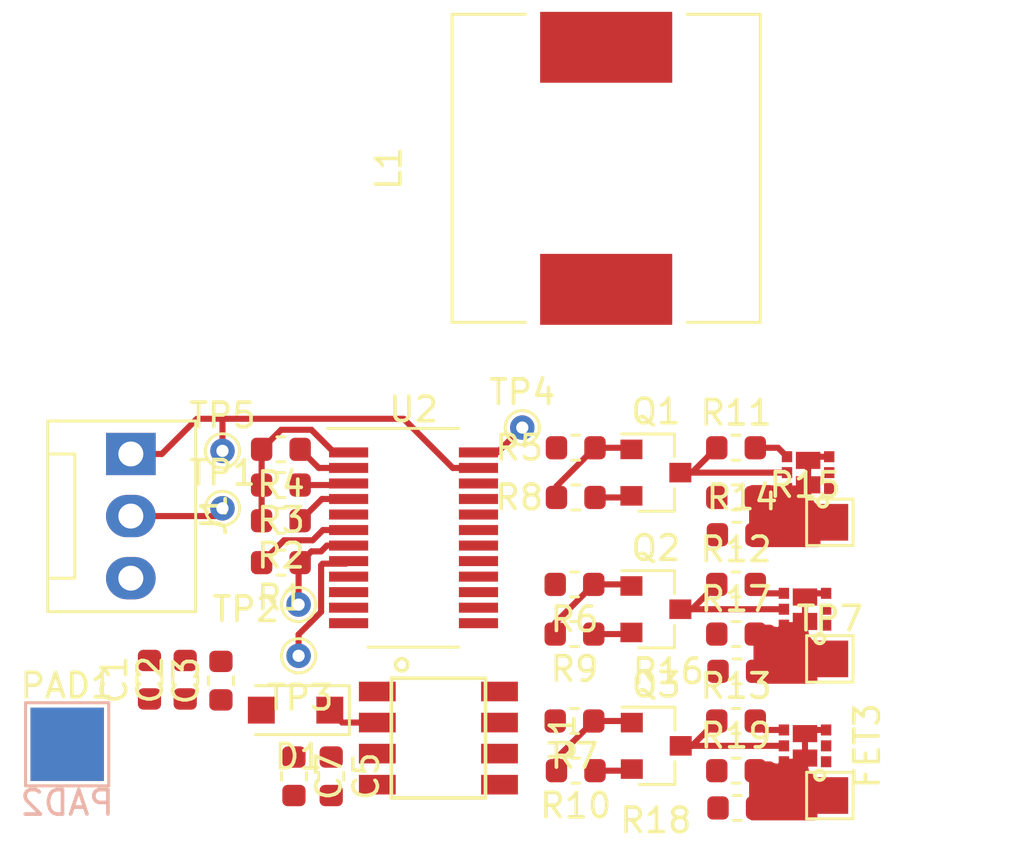
<source format=kicad_pcb>
(kicad_pcb (version 20171130) (host pcbnew 5.0.2-bee76a0~70~ubuntu18.04.1)

  (general
    (thickness 1.6)
    (drawings 0)
    (tracks 114)
    (zones 0)
    (modules 45)
    (nets 29)
  )

  (page A4)
  (layers
    (0 F.Cu signal)
    (31 B.Cu signal)
    (32 B.Adhes user)
    (33 F.Adhes user)
    (34 B.Paste user)
    (35 F.Paste user)
    (36 B.SilkS user)
    (37 F.SilkS user)
    (38 B.Mask user)
    (39 F.Mask user)
    (40 Dwgs.User user)
    (41 Cmts.User user)
    (42 Eco1.User user)
    (43 Eco2.User user)
    (44 Edge.Cuts user)
    (45 Margin user)
    (46 B.CrtYd user)
    (47 F.CrtYd user)
    (48 B.Fab user)
    (49 F.Fab user)
  )

  (setup
    (last_trace_width 0.25)
    (trace_clearance 0.2)
    (zone_clearance 0.508)
    (zone_45_only no)
    (trace_min 0.2)
    (segment_width 0.2)
    (edge_width 0.15)
    (via_size 0.8)
    (via_drill 0.4)
    (via_min_size 0.4)
    (via_min_drill 0.3)
    (uvia_size 0.3)
    (uvia_drill 0.1)
    (uvias_allowed no)
    (uvia_min_size 0.2)
    (uvia_min_drill 0.1)
    (pcb_text_width 0.3)
    (pcb_text_size 1.5 1.5)
    (mod_edge_width 0.15)
    (mod_text_size 1 1)
    (mod_text_width 0.15)
    (pad_size 1.524 1.524)
    (pad_drill 0.762)
    (pad_to_mask_clearance 0.051)
    (solder_mask_min_width 0.25)
    (aux_axis_origin 0 0)
    (visible_elements FFFFFF7F)
    (pcbplotparams
      (layerselection 0x010fc_ffffffff)
      (usegerberextensions false)
      (usegerberattributes false)
      (usegerberadvancedattributes false)
      (creategerberjobfile false)
      (excludeedgelayer true)
      (linewidth 0.100000)
      (plotframeref false)
      (viasonmask false)
      (mode 1)
      (useauxorigin false)
      (hpglpennumber 1)
      (hpglpenspeed 20)
      (hpglpendiameter 15.000000)
      (psnegative false)
      (psa4output false)
      (plotreference true)
      (plotvalue true)
      (plotinvisibletext false)
      (padsonsilk false)
      (subtractmaskfromsilk false)
      (outputformat 1)
      (mirror false)
      (drillshape 1)
      (scaleselection 1)
      (outputdirectory ""))
  )

  (net 0 "")
  (net 1 GND)
  (net 2 V_BATT)
  (net 3 3V3)
  (net 4 "Net-(D1-Pad1)")
  (net 5 AP)
  (net 6 PHASE_A)
  (net 7 "Net-(FET1-Pad5)")
  (net 8 BP)
  (net 9 PHASE_B)
  (net 10 "Net-(FET2-Pad5)")
  (net 11 PHASE_C)
  (net 12 "Net-(FET3-Pad5)")
  (net 13 CP)
  (net 14 RC_IN)
  (net 15 "Net-(J1-Pad2)")
  (net 16 "Net-(Q1-Pad1)")
  (net 17 "Net-(Q2-Pad1)")
  (net 18 "Net-(Q3-Pad1)")
  (net 19 C2CK)
  (net 20 SENSE)
  (net 21 A_SENSE)
  (net 22 B_SENSE)
  (net 23 C_SENSE)
  (net 24 AC)
  (net 25 BC)
  (net 26 CC)
  (net 27 C2D)
  (net 28 TX2)

  (net_class Default "This is the default net class."
    (clearance 0.2)
    (trace_width 0.25)
    (via_dia 0.8)
    (via_drill 0.4)
    (uvia_dia 0.3)
    (uvia_drill 0.1)
    (add_net 3V3)
    (add_net AC)
    (add_net AP)
    (add_net A_SENSE)
    (add_net BC)
    (add_net BP)
    (add_net B_SENSE)
    (add_net C2CK)
    (add_net C2D)
    (add_net CC)
    (add_net CP)
    (add_net C_SENSE)
    (add_net GND)
    (add_net "Net-(D1-Pad1)")
    (add_net "Net-(FET1-Pad5)")
    (add_net "Net-(FET2-Pad5)")
    (add_net "Net-(FET3-Pad5)")
    (add_net "Net-(J1-Pad2)")
    (add_net "Net-(Q1-Pad1)")
    (add_net "Net-(Q2-Pad1)")
    (add_net "Net-(Q3-Pad1)")
    (add_net PHASE_A)
    (add_net PHASE_B)
    (add_net PHASE_C)
    (add_net RC_IN)
    (add_net SENSE)
    (add_net TX2)
    (add_net V_BATT)
  )

  (module Resistor_SMD:R_0603_1608Metric (layer F.Cu) (tedit 5B301BBD) (tstamp 5C6067DB)
    (at 154.851 69.596 180)
    (descr "Resistor SMD 0603 (1608 Metric), square (rectangular) end terminal, IPC_7351 nominal, (Body size source: http://www.tortai-tech.com/upload/download/2011102023233369053.pdf), generated with kicad-footprint-generator")
    (tags resistor)
    (path /5C2B32E8)
    (attr smd)
    (fp_text reference R3 (at 0 -1.43 180) (layer F.SilkS)
      (effects (font (size 1 1) (thickness 0.15)))
    )
    (fp_text value 10k (at 0 1.43 180) (layer F.Fab)
      (effects (font (size 1 1) (thickness 0.15)))
    )
    (fp_line (start -0.8 0.4) (end -0.8 -0.4) (layer F.Fab) (width 0.1))
    (fp_line (start -0.8 -0.4) (end 0.8 -0.4) (layer F.Fab) (width 0.1))
    (fp_line (start 0.8 -0.4) (end 0.8 0.4) (layer F.Fab) (width 0.1))
    (fp_line (start 0.8 0.4) (end -0.8 0.4) (layer F.Fab) (width 0.1))
    (fp_line (start -0.162779 -0.51) (end 0.162779 -0.51) (layer F.SilkS) (width 0.12))
    (fp_line (start -0.162779 0.51) (end 0.162779 0.51) (layer F.SilkS) (width 0.12))
    (fp_line (start -1.48 0.73) (end -1.48 -0.73) (layer F.CrtYd) (width 0.05))
    (fp_line (start -1.48 -0.73) (end 1.48 -0.73) (layer F.CrtYd) (width 0.05))
    (fp_line (start 1.48 -0.73) (end 1.48 0.73) (layer F.CrtYd) (width 0.05))
    (fp_line (start 1.48 0.73) (end -1.48 0.73) (layer F.CrtYd) (width 0.05))
    (fp_text user %R (at 0 0 180) (layer F.Fab)
      (effects (font (size 0.4 0.4) (thickness 0.06)))
    )
    (pad 1 smd roundrect (at -0.7875 0 180) (size 0.875 0.95) (layers F.Cu F.Paste F.Mask) (roundrect_rratio 0.25)
      (net 22 B_SENSE))
    (pad 2 smd roundrect (at 0.7875 0 180) (size 0.875 0.95) (layers F.Cu F.Paste F.Mask) (roundrect_rratio 0.25)
      (net 20 SENSE))
    (model ${KISYS3DMOD}/Resistor_SMD.3dshapes/R_0603_1608Metric.wrl
      (at (xyz 0 0 0))
      (scale (xyz 1 1 1))
      (rotate (xyz 0 0 0))
    )
  )

  (module Resistor_SMD:R_0603_1608Metric (layer F.Cu) (tedit 5B301BBD) (tstamp 5C6067FD)
    (at 166.9035 68.072 180)
    (descr "Resistor SMD 0603 (1608 Metric), square (rectangular) end terminal, IPC_7351 nominal, (Body size source: http://www.tortai-tech.com/upload/download/2011102023233369053.pdf), generated with kicad-footprint-generator")
    (tags resistor)
    (path /5C2A957A)
    (attr smd)
    (fp_text reference R5 (at 2.3115 0 180) (layer F.SilkS)
      (effects (font (size 1 1) (thickness 0.15)))
    )
    (fp_text value 1k (at 0 1.43 180) (layer F.Fab)
      (effects (font (size 1 1) (thickness 0.15)))
    )
    (fp_text user %R (at 0 0 180) (layer F.Fab)
      (effects (font (size 0.4 0.4) (thickness 0.06)))
    )
    (fp_line (start 1.48 0.73) (end -1.48 0.73) (layer F.CrtYd) (width 0.05))
    (fp_line (start 1.48 -0.73) (end 1.48 0.73) (layer F.CrtYd) (width 0.05))
    (fp_line (start -1.48 -0.73) (end 1.48 -0.73) (layer F.CrtYd) (width 0.05))
    (fp_line (start -1.48 0.73) (end -1.48 -0.73) (layer F.CrtYd) (width 0.05))
    (fp_line (start -0.162779 0.51) (end 0.162779 0.51) (layer F.SilkS) (width 0.12))
    (fp_line (start -0.162779 -0.51) (end 0.162779 -0.51) (layer F.SilkS) (width 0.12))
    (fp_line (start 0.8 0.4) (end -0.8 0.4) (layer F.Fab) (width 0.1))
    (fp_line (start 0.8 -0.4) (end 0.8 0.4) (layer F.Fab) (width 0.1))
    (fp_line (start -0.8 -0.4) (end 0.8 -0.4) (layer F.Fab) (width 0.1))
    (fp_line (start -0.8 0.4) (end -0.8 -0.4) (layer F.Fab) (width 0.1))
    (pad 2 smd roundrect (at 0.7875 0 180) (size 0.875 0.95) (layers F.Cu F.Paste F.Mask) (roundrect_rratio 0.25)
      (net 24 AC))
    (pad 1 smd roundrect (at -0.7875 0 180) (size 0.875 0.95) (layers F.Cu F.Paste F.Mask) (roundrect_rratio 0.25)
      (net 16 "Net-(Q1-Pad1)"))
    (model ${KISYS3DMOD}/Resistor_SMD.3dshapes/R_0603_1608Metric.wrl
      (at (xyz 0 0 0))
      (scale (xyz 1 1 1))
      (rotate (xyz 0 0 0))
    )
  )

  (module Resistor_SMD:R_0603_1608Metric (layer F.Cu) (tedit 5B301BBD) (tstamp 5C607446)
    (at 166.9035 70.104 180)
    (descr "Resistor SMD 0603 (1608 Metric), square (rectangular) end terminal, IPC_7351 nominal, (Body size source: http://www.tortai-tech.com/upload/download/2011102023233369053.pdf), generated with kicad-footprint-generator")
    (tags resistor)
    (path /5C2A95EE)
    (attr smd)
    (fp_text reference R8 (at 2.3115 0 180) (layer F.SilkS)
      (effects (font (size 1 1) (thickness 0.15)))
    )
    (fp_text value 100k (at 0.2795 -1.524 180) (layer F.Fab)
      (effects (font (size 1 1) (thickness 0.15)))
    )
    (fp_line (start -0.8 0.4) (end -0.8 -0.4) (layer F.Fab) (width 0.1))
    (fp_line (start -0.8 -0.4) (end 0.8 -0.4) (layer F.Fab) (width 0.1))
    (fp_line (start 0.8 -0.4) (end 0.8 0.4) (layer F.Fab) (width 0.1))
    (fp_line (start 0.8 0.4) (end -0.8 0.4) (layer F.Fab) (width 0.1))
    (fp_line (start -0.162779 -0.51) (end 0.162779 -0.51) (layer F.SilkS) (width 0.12))
    (fp_line (start -0.162779 0.51) (end 0.162779 0.51) (layer F.SilkS) (width 0.12))
    (fp_line (start -1.48 0.73) (end -1.48 -0.73) (layer F.CrtYd) (width 0.05))
    (fp_line (start -1.48 -0.73) (end 1.48 -0.73) (layer F.CrtYd) (width 0.05))
    (fp_line (start 1.48 -0.73) (end 1.48 0.73) (layer F.CrtYd) (width 0.05))
    (fp_line (start 1.48 0.73) (end -1.48 0.73) (layer F.CrtYd) (width 0.05))
    (fp_text user %R (at 0 0 180) (layer F.Fab)
      (effects (font (size 0.4 0.4) (thickness 0.06)))
    )
    (pad 1 smd roundrect (at -0.7875 0 180) (size 0.875 0.95) (layers F.Cu F.Paste F.Mask) (roundrect_rratio 0.25)
      (net 1 GND))
    (pad 2 smd roundrect (at 0.7875 0 180) (size 0.875 0.95) (layers F.Cu F.Paste F.Mask) (roundrect_rratio 0.25)
      (net 16 "Net-(Q1-Pad1)"))
    (model ${KISYS3DMOD}/Resistor_SMD.3dshapes/R_0603_1608Metric.wrl
      (at (xyz 0 0 0))
      (scale (xyz 1 1 1))
      (rotate (xyz 0 0 0))
    )
  )

  (module Capacitor_SMD:C_0603_1608Metric (layer F.Cu) (tedit 5B301BBE) (tstamp 5C606660)
    (at 149.479 77.559 90)
    (descr "Capacitor SMD 0603 (1608 Metric), square (rectangular) end terminal, IPC_7351 nominal, (Body size source: http://www.tortai-tech.com/upload/download/2011102023233369053.pdf), generated with kicad-footprint-generator")
    (tags capacitor)
    (path /5C3B2109)
    (attr smd)
    (fp_text reference C1 (at 0 -1.43 90) (layer F.SilkS)
      (effects (font (size 1 1) (thickness 0.15)))
    )
    (fp_text value 22u (at 0 1.43 90) (layer F.Fab)
      (effects (font (size 1 1) (thickness 0.15)))
    )
    (fp_text user %R (at 0 0 90) (layer F.Fab)
      (effects (font (size 0.4 0.4) (thickness 0.06)))
    )
    (fp_line (start 1.48 0.73) (end -1.48 0.73) (layer F.CrtYd) (width 0.05))
    (fp_line (start 1.48 -0.73) (end 1.48 0.73) (layer F.CrtYd) (width 0.05))
    (fp_line (start -1.48 -0.73) (end 1.48 -0.73) (layer F.CrtYd) (width 0.05))
    (fp_line (start -1.48 0.73) (end -1.48 -0.73) (layer F.CrtYd) (width 0.05))
    (fp_line (start -0.162779 0.51) (end 0.162779 0.51) (layer F.SilkS) (width 0.12))
    (fp_line (start -0.162779 -0.51) (end 0.162779 -0.51) (layer F.SilkS) (width 0.12))
    (fp_line (start 0.8 0.4) (end -0.8 0.4) (layer F.Fab) (width 0.1))
    (fp_line (start 0.8 -0.4) (end 0.8 0.4) (layer F.Fab) (width 0.1))
    (fp_line (start -0.8 -0.4) (end 0.8 -0.4) (layer F.Fab) (width 0.1))
    (fp_line (start -0.8 0.4) (end -0.8 -0.4) (layer F.Fab) (width 0.1))
    (pad 2 smd roundrect (at 0.7875 0 90) (size 0.875 0.95) (layers F.Cu F.Paste F.Mask) (roundrect_rratio 0.25)
      (net 1 GND))
    (pad 1 smd roundrect (at -0.7875 0 90) (size 0.875 0.95) (layers F.Cu F.Paste F.Mask) (roundrect_rratio 0.25)
      (net 2 V_BATT))
    (model ${KISYS3DMOD}/Capacitor_SMD.3dshapes/C_0603_1608Metric.wrl
      (at (xyz 0 0 0))
      (scale (xyz 1 1 1))
      (rotate (xyz 0 0 0))
    )
  )

  (module Capacitor_SMD:C_0603_1608Metric (layer F.Cu) (tedit 5B301BBE) (tstamp 5C606671)
    (at 150.9395 77.559 90)
    (descr "Capacitor SMD 0603 (1608 Metric), square (rectangular) end terminal, IPC_7351 nominal, (Body size source: http://www.tortai-tech.com/upload/download/2011102023233369053.pdf), generated with kicad-footprint-generator")
    (tags capacitor)
    (path /5C3B208B)
    (attr smd)
    (fp_text reference C2 (at 0 -1.43 90) (layer F.SilkS)
      (effects (font (size 1 1) (thickness 0.15)))
    )
    (fp_text value 22u (at 0 1.43 90) (layer F.Fab)
      (effects (font (size 1 1) (thickness 0.15)))
    )
    (fp_line (start -0.8 0.4) (end -0.8 -0.4) (layer F.Fab) (width 0.1))
    (fp_line (start -0.8 -0.4) (end 0.8 -0.4) (layer F.Fab) (width 0.1))
    (fp_line (start 0.8 -0.4) (end 0.8 0.4) (layer F.Fab) (width 0.1))
    (fp_line (start 0.8 0.4) (end -0.8 0.4) (layer F.Fab) (width 0.1))
    (fp_line (start -0.162779 -0.51) (end 0.162779 -0.51) (layer F.SilkS) (width 0.12))
    (fp_line (start -0.162779 0.51) (end 0.162779 0.51) (layer F.SilkS) (width 0.12))
    (fp_line (start -1.48 0.73) (end -1.48 -0.73) (layer F.CrtYd) (width 0.05))
    (fp_line (start -1.48 -0.73) (end 1.48 -0.73) (layer F.CrtYd) (width 0.05))
    (fp_line (start 1.48 -0.73) (end 1.48 0.73) (layer F.CrtYd) (width 0.05))
    (fp_line (start 1.48 0.73) (end -1.48 0.73) (layer F.CrtYd) (width 0.05))
    (fp_text user %R (at 0 0 90) (layer F.Fab)
      (effects (font (size 0.4 0.4) (thickness 0.06)))
    )
    (pad 1 smd roundrect (at -0.7875 0 90) (size 0.875 0.95) (layers F.Cu F.Paste F.Mask) (roundrect_rratio 0.25)
      (net 2 V_BATT))
    (pad 2 smd roundrect (at 0.7875 0 90) (size 0.875 0.95) (layers F.Cu F.Paste F.Mask) (roundrect_rratio 0.25)
      (net 1 GND))
    (model ${KISYS3DMOD}/Capacitor_SMD.3dshapes/C_0603_1608Metric.wrl
      (at (xyz 0 0 0))
      (scale (xyz 1 1 1))
      (rotate (xyz 0 0 0))
    )
  )

  (module Capacitor_SMD:C_0603_1608Metric (layer F.Cu) (tedit 5B301BBE) (tstamp 5C606682)
    (at 152.4 77.597 90)
    (descr "Capacitor SMD 0603 (1608 Metric), square (rectangular) end terminal, IPC_7351 nominal, (Body size source: http://www.tortai-tech.com/upload/download/2011102023233369053.pdf), generated with kicad-footprint-generator")
    (tags capacitor)
    (path /5C3A6EE7)
    (attr smd)
    (fp_text reference C3 (at 0 -1.43 90) (layer F.SilkS)
      (effects (font (size 1 1) (thickness 0.15)))
    )
    (fp_text value 22u (at 0 1.43 90) (layer F.Fab)
      (effects (font (size 1 1) (thickness 0.15)))
    )
    (fp_text user %R (at 0 0 90) (layer F.Fab)
      (effects (font (size 0.4 0.4) (thickness 0.06)))
    )
    (fp_line (start 1.48 0.73) (end -1.48 0.73) (layer F.CrtYd) (width 0.05))
    (fp_line (start 1.48 -0.73) (end 1.48 0.73) (layer F.CrtYd) (width 0.05))
    (fp_line (start -1.48 -0.73) (end 1.48 -0.73) (layer F.CrtYd) (width 0.05))
    (fp_line (start -1.48 0.73) (end -1.48 -0.73) (layer F.CrtYd) (width 0.05))
    (fp_line (start -0.162779 0.51) (end 0.162779 0.51) (layer F.SilkS) (width 0.12))
    (fp_line (start -0.162779 -0.51) (end 0.162779 -0.51) (layer F.SilkS) (width 0.12))
    (fp_line (start 0.8 0.4) (end -0.8 0.4) (layer F.Fab) (width 0.1))
    (fp_line (start 0.8 -0.4) (end 0.8 0.4) (layer F.Fab) (width 0.1))
    (fp_line (start -0.8 -0.4) (end 0.8 -0.4) (layer F.Fab) (width 0.1))
    (fp_line (start -0.8 0.4) (end -0.8 -0.4) (layer F.Fab) (width 0.1))
    (pad 2 smd roundrect (at 0.7875 0 90) (size 0.875 0.95) (layers F.Cu F.Paste F.Mask) (roundrect_rratio 0.25)
      (net 1 GND))
    (pad 1 smd roundrect (at -0.7875 0 90) (size 0.875 0.95) (layers F.Cu F.Paste F.Mask) (roundrect_rratio 0.25)
      (net 2 V_BATT))
    (model ${KISYS3DMOD}/Capacitor_SMD.3dshapes/C_0603_1608Metric.wrl
      (at (xyz 0 0 0))
      (scale (xyz 1 1 1))
      (rotate (xyz 0 0 0))
    )
  )

  (module Capacitor_SMD:C_0603_1608Metric (layer F.Cu) (tedit 5B301BBE) (tstamp 5C606693)
    (at 156.9085 81.5085 270)
    (descr "Capacitor SMD 0603 (1608 Metric), square (rectangular) end terminal, IPC_7351 nominal, (Body size source: http://www.tortai-tech.com/upload/download/2011102023233369053.pdf), generated with kicad-footprint-generator")
    (tags capacitor)
    (path /5C2A8A01)
    (attr smd)
    (fp_text reference C5 (at 0 -1.43 270) (layer F.SilkS)
      (effects (font (size 1 1) (thickness 0.15)))
    )
    (fp_text value 100n (at 0 1.43 270) (layer F.Fab)
      (effects (font (size 1 1) (thickness 0.15)))
    )
    (fp_line (start -0.8 0.4) (end -0.8 -0.4) (layer F.Fab) (width 0.1))
    (fp_line (start -0.8 -0.4) (end 0.8 -0.4) (layer F.Fab) (width 0.1))
    (fp_line (start 0.8 -0.4) (end 0.8 0.4) (layer F.Fab) (width 0.1))
    (fp_line (start 0.8 0.4) (end -0.8 0.4) (layer F.Fab) (width 0.1))
    (fp_line (start -0.162779 -0.51) (end 0.162779 -0.51) (layer F.SilkS) (width 0.12))
    (fp_line (start -0.162779 0.51) (end 0.162779 0.51) (layer F.SilkS) (width 0.12))
    (fp_line (start -1.48 0.73) (end -1.48 -0.73) (layer F.CrtYd) (width 0.05))
    (fp_line (start -1.48 -0.73) (end 1.48 -0.73) (layer F.CrtYd) (width 0.05))
    (fp_line (start 1.48 -0.73) (end 1.48 0.73) (layer F.CrtYd) (width 0.05))
    (fp_line (start 1.48 0.73) (end -1.48 0.73) (layer F.CrtYd) (width 0.05))
    (fp_text user %R (at 0 0 270) (layer F.Fab)
      (effects (font (size 0.4 0.4) (thickness 0.06)))
    )
    (pad 1 smd roundrect (at -0.7875 0 270) (size 0.875 0.95) (layers F.Cu F.Paste F.Mask) (roundrect_rratio 0.25)
      (net 3 3V3))
    (pad 2 smd roundrect (at 0.7875 0 270) (size 0.875 0.95) (layers F.Cu F.Paste F.Mask) (roundrect_rratio 0.25)
      (net 1 GND))
    (model ${KISYS3DMOD}/Capacitor_SMD.3dshapes/C_0603_1608Metric.wrl
      (at (xyz 0 0 0))
      (scale (xyz 1 1 1))
      (rotate (xyz 0 0 0))
    )
  )

  (module Capacitor_SMD:C_0603_1608Metric (layer F.Cu) (tedit 5B301BBE) (tstamp 5C6066A4)
    (at 155.3845 81.5085 270)
    (descr "Capacitor SMD 0603 (1608 Metric), square (rectangular) end terminal, IPC_7351 nominal, (Body size source: http://www.tortai-tech.com/upload/download/2011102023233369053.pdf), generated with kicad-footprint-generator")
    (tags capacitor)
    (path /5C3BCFB9)
    (attr smd)
    (fp_text reference C7 (at 0 -1.43 270) (layer F.SilkS)
      (effects (font (size 1 1) (thickness 0.15)))
    )
    (fp_text value 100n (at 0 1.43 270) (layer F.Fab)
      (effects (font (size 1 1) (thickness 0.15)))
    )
    (fp_line (start -0.8 0.4) (end -0.8 -0.4) (layer F.Fab) (width 0.1))
    (fp_line (start -0.8 -0.4) (end 0.8 -0.4) (layer F.Fab) (width 0.1))
    (fp_line (start 0.8 -0.4) (end 0.8 0.4) (layer F.Fab) (width 0.1))
    (fp_line (start 0.8 0.4) (end -0.8 0.4) (layer F.Fab) (width 0.1))
    (fp_line (start -0.162779 -0.51) (end 0.162779 -0.51) (layer F.SilkS) (width 0.12))
    (fp_line (start -0.162779 0.51) (end 0.162779 0.51) (layer F.SilkS) (width 0.12))
    (fp_line (start -1.48 0.73) (end -1.48 -0.73) (layer F.CrtYd) (width 0.05))
    (fp_line (start -1.48 -0.73) (end 1.48 -0.73) (layer F.CrtYd) (width 0.05))
    (fp_line (start 1.48 -0.73) (end 1.48 0.73) (layer F.CrtYd) (width 0.05))
    (fp_line (start 1.48 0.73) (end -1.48 0.73) (layer F.CrtYd) (width 0.05))
    (fp_text user %R (at 0 0 270) (layer F.Fab)
      (effects (font (size 0.4 0.4) (thickness 0.06)))
    )
    (pad 1 smd roundrect (at -0.7875 0 270) (size 0.875 0.95) (layers F.Cu F.Paste F.Mask) (roundrect_rratio 0.25)
      (net 3 3V3))
    (pad 2 smd roundrect (at 0.7875 0 270) (size 0.875 0.95) (layers F.Cu F.Paste F.Mask) (roundrect_rratio 0.25)
      (net 1 GND))
    (model ${KISYS3DMOD}/Capacitor_SMD.3dshapes/C_0603_1608Metric.wrl
      (at (xyz 0 0 0))
      (scale (xyz 1 1 1))
      (rotate (xyz 0 0 0))
    )
  )

  (module Diode_SMD:D_SOD-123F (layer F.Cu) (tedit 587F7769) (tstamp 5C6066BD)
    (at 155.451 78.8035 180)
    (descr D_SOD-123F)
    (tags D_SOD-123F)
    (path /5C2CCC65)
    (attr smd)
    (fp_text reference D1 (at -0.127 -1.905 180) (layer F.SilkS)
      (effects (font (size 1 1) (thickness 0.15)))
    )
    (fp_text value MBR120V (at 0 2.1 180) (layer F.Fab)
      (effects (font (size 1 1) (thickness 0.15)))
    )
    (fp_text user %R (at -0.127 -1.905 180) (layer F.Fab)
      (effects (font (size 1 1) (thickness 0.15)))
    )
    (fp_line (start -2.2 -1) (end -2.2 1) (layer F.SilkS) (width 0.12))
    (fp_line (start 0.25 0) (end 0.75 0) (layer F.Fab) (width 0.1))
    (fp_line (start 0.25 0.4) (end -0.35 0) (layer F.Fab) (width 0.1))
    (fp_line (start 0.25 -0.4) (end 0.25 0.4) (layer F.Fab) (width 0.1))
    (fp_line (start -0.35 0) (end 0.25 -0.4) (layer F.Fab) (width 0.1))
    (fp_line (start -0.35 0) (end -0.35 0.55) (layer F.Fab) (width 0.1))
    (fp_line (start -0.35 0) (end -0.35 -0.55) (layer F.Fab) (width 0.1))
    (fp_line (start -0.75 0) (end -0.35 0) (layer F.Fab) (width 0.1))
    (fp_line (start -1.4 0.9) (end -1.4 -0.9) (layer F.Fab) (width 0.1))
    (fp_line (start 1.4 0.9) (end -1.4 0.9) (layer F.Fab) (width 0.1))
    (fp_line (start 1.4 -0.9) (end 1.4 0.9) (layer F.Fab) (width 0.1))
    (fp_line (start -1.4 -0.9) (end 1.4 -0.9) (layer F.Fab) (width 0.1))
    (fp_line (start -2.2 -1.15) (end 2.2 -1.15) (layer F.CrtYd) (width 0.05))
    (fp_line (start 2.2 -1.15) (end 2.2 1.15) (layer F.CrtYd) (width 0.05))
    (fp_line (start 2.2 1.15) (end -2.2 1.15) (layer F.CrtYd) (width 0.05))
    (fp_line (start -2.2 -1.15) (end -2.2 1.15) (layer F.CrtYd) (width 0.05))
    (fp_line (start -2.2 1) (end 1.65 1) (layer F.SilkS) (width 0.12))
    (fp_line (start -2.2 -1) (end 1.65 -1) (layer F.SilkS) (width 0.12))
    (pad 1 smd rect (at -1.4 0 180) (size 1.1 1.1) (layers F.Cu F.Paste F.Mask)
      (net 4 "Net-(D1-Pad1)"))
    (pad 2 smd rect (at 1.4 0 180) (size 1.1 1.1) (layers F.Cu F.Paste F.Mask)
      (net 1 GND))
    (model ${KISYS3DMOD}/Diode_SMD.3dshapes/D_SOD-123F.wrl
      (at (xyz 0 0 0))
      (scale (xyz 1 1 1))
      (rotate (xyz 0 0 0))
    )
  )

  (module blheli_esc:UT6MA3 (layer F.Cu) (tedit 5C2A915E) (tstamp 5C6066CA)
    (at 176.403 69.088 90)
    (path /5C2A92AB)
    (fp_text reference FET1 (at 0 1.905 90) (layer F.Fab)
      (effects (font (size 1 1) (thickness 0.15)))
    )
    (fp_text value UT6MA3 (at -0.135 -1.905 90) (layer F.Fab)
      (effects (font (size 1 1) (thickness 0.15)))
    )
    (fp_circle (center -1.2 0.6) (end -1 0.6) (layer F.SilkS) (width 0.15))
    (pad 1 smd rect (at -0.65 0.8625 90) (size 0.45 0.425) (layers F.Cu F.Paste F.Mask)
      (net 1 GND))
    (pad 2 smd rect (at 0 0.8625 90) (size 0.45 0.425) (layers F.Cu F.Paste F.Mask)
      (net 5 AP))
    (pad 3 smd rect (at 0.65 0.8625 90) (size 0.45 0.425) (layers F.Cu F.Paste F.Mask)
      (net 6 PHASE_A))
    (pad 4 smd rect (at 0.65 -0.8625 90) (size 0.45 0.425) (layers F.Cu F.Paste F.Mask)
      (net 2 V_BATT))
    (pad 5 smd rect (at 0 -0.8625 90) (size 0.45 0.425) (layers F.Cu F.Paste F.Mask)
      (net 7 "Net-(FET1-Pad5)"))
    (pad 6 smd rect (at -0.65 -0.8625 90) (size 0.45 0.425) (layers F.Cu F.Paste F.Mask)
      (net 6 PHASE_A))
    (pad 7 smd rect (at -0.5 0 90) (size 0.7 1) (layers F.Cu F.Paste F.Mask)
      (net 6 PHASE_A))
    (pad 8 smd rect (at 0.5 0 90) (size 0.7 1) (layers F.Cu F.Paste F.Mask)
      (net 6 PHASE_A))
  )

  (module blheli_esc:UT6MA3 (layer F.Cu) (tedit 5C2A9376) (tstamp 5C6A5EDB)
    (at 176.276 74.676 90)
    (path /5C2BCBF3)
    (fp_text reference FET2 (at -3.556 0 90) (layer F.Fab)
      (effects (font (size 1 1) (thickness 0.15)))
    )
    (fp_text value UT6MA3 (at 0 -2.54 90) (layer F.Fab)
      (effects (font (size 1 1) (thickness 0.15)))
    )
    (fp_circle (center -1.2 0.6) (end -1 0.6) (layer F.SilkS) (width 0.15))
    (pad 1 smd rect (at -0.65 0.8625 90) (size 0.45 0.425) (layers F.Cu F.Paste F.Mask)
      (net 1 GND))
    (pad 2 smd rect (at 0 0.8625 90) (size 0.45 0.425) (layers F.Cu F.Paste F.Mask)
      (net 8 BP))
    (pad 3 smd rect (at 0.65 0.8625 90) (size 0.45 0.425) (layers F.Cu F.Paste F.Mask)
      (net 9 PHASE_B))
    (pad 4 smd rect (at 0.65 -0.8625 90) (size 0.45 0.425) (layers F.Cu F.Paste F.Mask)
      (net 2 V_BATT))
    (pad 5 smd rect (at 0 -0.8625 90) (size 0.45 0.425) (layers F.Cu F.Paste F.Mask)
      (net 10 "Net-(FET2-Pad5)"))
    (pad 6 smd rect (at -0.65 -0.8625 90) (size 0.45 0.425) (layers F.Cu F.Paste F.Mask)
      (net 9 PHASE_B))
    (pad 7 smd rect (at -0.5 0 90) (size 0.7 1) (layers F.Cu F.Paste F.Mask)
      (net 9 PHASE_B))
    (pad 8 smd rect (at 0.5 0 90) (size 0.7 1) (layers F.Cu F.Paste F.Mask)
      (net 9 PHASE_B))
  )

  (module blheli_esc:UT6MA3 (layer F.Cu) (tedit 5C2A8512) (tstamp 5C6066E4)
    (at 176.276 80.264 90)
    (path /5C2BFDE6)
    (fp_text reference FET3 (at 0 2.54 90) (layer F.SilkS)
      (effects (font (size 1 1) (thickness 0.15)))
    )
    (fp_text value UT6MA3 (at 0 -2.032 90) (layer F.Fab)
      (effects (font (size 1 1) (thickness 0.15)))
    )
    (fp_circle (center -1.2 0.6) (end -1 0.6) (layer F.SilkS) (width 0.15))
    (pad 8 smd rect (at 0.5 0 90) (size 0.7 1) (layers F.Cu F.Paste F.Mask)
      (net 11 PHASE_C))
    (pad 7 smd rect (at -0.5 0 90) (size 0.7 1) (layers F.Cu F.Paste F.Mask)
      (net 11 PHASE_C))
    (pad 6 smd rect (at -0.65 -0.8625 90) (size 0.45 0.425) (layers F.Cu F.Paste F.Mask)
      (net 11 PHASE_C))
    (pad 5 smd rect (at 0 -0.8625 90) (size 0.45 0.425) (layers F.Cu F.Paste F.Mask)
      (net 12 "Net-(FET3-Pad5)"))
    (pad 4 smd rect (at 0.65 -0.8625 90) (size 0.45 0.425) (layers F.Cu F.Paste F.Mask)
      (net 2 V_BATT))
    (pad 3 smd rect (at 0.65 0.8625 90) (size 0.45 0.425) (layers F.Cu F.Paste F.Mask)
      (net 11 PHASE_C))
    (pad 2 smd rect (at 0 0.8625 90) (size 0.45 0.425) (layers F.Cu F.Paste F.Mask)
      (net 13 CP))
    (pad 1 smd rect (at -0.65 0.8625 90) (size 0.45 0.425) (layers F.Cu F.Paste F.Mask)
      (net 1 GND))
  )

  (module Connector:FanPinHeader_1x03_P2.54mm_Vertical (layer F.Cu) (tedit 5A19DCDF) (tstamp 5C6066FE)
    (at 148.717 68.326 270)
    (descr "3-pin CPU fan Through hole pin header, see http://www.formfactors.org/developer%5Cspecs%5Crev1_2_public.pdf")
    (tags "pin header 3-pin CPU fan")
    (path /5C302F31)
    (fp_text reference J1 (at 2.5 -3.4 270) (layer F.SilkS)
      (effects (font (size 1 1) (thickness 0.15)))
    )
    (fp_text value Conn_01x03_Male (at 2.55 4.5 270) (layer F.Fab)
      (effects (font (size 1 1) (thickness 0.15)))
    )
    (fp_text user %R (at 2.45 1.8 270) (layer F.Fab)
      (effects (font (size 1 1) (thickness 0.15)))
    )
    (fp_line (start -1.35 3.4) (end -1.35 -2.65) (layer F.SilkS) (width 0.12))
    (fp_line (start -1.35 -2.65) (end 6.45 -2.65) (layer F.SilkS) (width 0.12))
    (fp_line (start 6.45 -2.65) (end 6.45 3.4) (layer F.SilkS) (width 0.12))
    (fp_line (start 6.45 3.4) (end -1.35 3.4) (layer F.SilkS) (width 0.12))
    (fp_line (start 5.05 3.3) (end 5.05 2.3) (layer F.Fab) (width 0.1))
    (fp_line (start 5.05 2.3) (end 0 2.3) (layer F.Fab) (width 0.1))
    (fp_line (start 0 2.3) (end 0 3.3) (layer F.Fab) (width 0.1))
    (fp_line (start -1.25 3.3) (end -1.25 -2.55) (layer F.Fab) (width 0.1))
    (fp_line (start -1.25 -2.55) (end 6.35 -2.55) (layer F.Fab) (width 0.1))
    (fp_line (start 6.35 -2.55) (end 6.35 3.3) (layer F.Fab) (width 0.1))
    (fp_line (start 6.35 3.3) (end -1.25 3.3) (layer F.Fab) (width 0.1))
    (fp_line (start 0 3.3) (end 0 2.29) (layer F.SilkS) (width 0.12))
    (fp_line (start 0 2.29) (end 5.08 2.29) (layer F.SilkS) (width 0.12))
    (fp_line (start 5.08 2.29) (end 5.08 3.3) (layer F.SilkS) (width 0.12))
    (fp_line (start -1.75 3.8) (end -1.75 -3.05) (layer F.CrtYd) (width 0.05))
    (fp_line (start -1.75 3.8) (end 6.85 3.8) (layer F.CrtYd) (width 0.05))
    (fp_line (start 6.85 -3.05) (end -1.75 -3.05) (layer F.CrtYd) (width 0.05))
    (fp_line (start 6.85 -3.05) (end 6.85 3.8) (layer F.CrtYd) (width 0.05))
    (pad 1 thru_hole rect (at 0 0) (size 2.03 1.73) (drill 1.02) (layers *.Cu *.Mask)
      (net 14 RC_IN))
    (pad 2 thru_hole oval (at 2.54 0) (size 2.03 1.73) (drill 1.02) (layers *.Cu *.Mask)
      (net 15 "Net-(J1-Pad2)"))
    (pad 3 thru_hole oval (at 5.08 0) (size 2.03 1.73) (drill 1.02) (layers *.Cu *.Mask)
      (net 1 GND))
    (model ${KISYS3DMOD}/Connector.3dshapes/FanPinHeader_1x03_P2.54mm_Vertical.wrl
      (at (xyz 0 0 0))
      (scale (xyz 1 1 1))
      (rotate (xyz 0 0 0))
    )
  )

  (module Inductor_SMD:L_12x12mm_H4.5mm (layer F.Cu) (tedit 5990349B) (tstamp 5C60674D)
    (at 168.148 56.642 90)
    (descr "Choke, SMD, 12x12mm 4.5mm height")
    (tags "Choke SMD")
    (path /5C2CCA77)
    (attr smd)
    (fp_text reference L1 (at 0 -8.89 90) (layer F.SilkS)
      (effects (font (size 1 1) (thickness 0.15)))
    )
    (fp_text value 47uH (at 0 8.89 90) (layer F.Fab)
      (effects (font (size 1 1) (thickness 0.15)))
    )
    (fp_text user %R (at 0 0 90) (layer F.Fab)
      (effects (font (size 1 1) (thickness 0.15)))
    )
    (fp_line (start 6.3 3.3) (end 6.3 6.3) (layer F.SilkS) (width 0.12))
    (fp_line (start 6.3 6.3) (end -6.3 6.3) (layer F.SilkS) (width 0.12))
    (fp_line (start -6.3 6.3) (end -6.3 3.3) (layer F.SilkS) (width 0.12))
    (fp_line (start -6.3 -3.3) (end -6.3 -6.3) (layer F.SilkS) (width 0.12))
    (fp_line (start -6.3 -6.3) (end 6.3 -6.3) (layer F.SilkS) (width 0.12))
    (fp_line (start 6.3 -6.3) (end 6.3 -3.3) (layer F.SilkS) (width 0.12))
    (fp_line (start -6.86 -6.6) (end 6.86 -6.6) (layer F.CrtYd) (width 0.05))
    (fp_line (start 6.86 -6.6) (end 6.86 6.6) (layer F.CrtYd) (width 0.05))
    (fp_line (start 6.86 6.6) (end -6.86 6.6) (layer F.CrtYd) (width 0.05))
    (fp_line (start -6.86 6.6) (end -6.86 -6.6) (layer F.CrtYd) (width 0.05))
    (fp_line (start 4.9 3.3) (end 5 3.4) (layer F.Fab) (width 0.1))
    (fp_line (start 5 3.4) (end 5.1 3.8) (layer F.Fab) (width 0.1))
    (fp_line (start 5.1 3.8) (end 5 4.3) (layer F.Fab) (width 0.1))
    (fp_line (start 5 4.3) (end 4.8 4.6) (layer F.Fab) (width 0.1))
    (fp_line (start 4.8 4.6) (end 4.5 5) (layer F.Fab) (width 0.1))
    (fp_line (start 4.5 5) (end 4 5.1) (layer F.Fab) (width 0.1))
    (fp_line (start 4 5.1) (end 3.5 5) (layer F.Fab) (width 0.1))
    (fp_line (start 3.5 5) (end 3.1 4.7) (layer F.Fab) (width 0.1))
    (fp_line (start 3.1 4.7) (end 3 4.6) (layer F.Fab) (width 0.1))
    (fp_line (start 3 4.6) (end 2.4 5) (layer F.Fab) (width 0.1))
    (fp_line (start 2.4 5) (end 1.6 5.3) (layer F.Fab) (width 0.1))
    (fp_line (start 1.6 5.3) (end 0.6 5.5) (layer F.Fab) (width 0.1))
    (fp_line (start 0.6 5.5) (end -0.6 5.5) (layer F.Fab) (width 0.1))
    (fp_line (start -0.6 5.5) (end -1.5 5.3) (layer F.Fab) (width 0.1))
    (fp_line (start -1.5 5.3) (end -2.1 5.1) (layer F.Fab) (width 0.1))
    (fp_line (start -2.1 5.1) (end -2.6 4.9) (layer F.Fab) (width 0.1))
    (fp_line (start -2.6 4.9) (end -3 4.7) (layer F.Fab) (width 0.1))
    (fp_line (start -3 4.7) (end -3.3 4.9) (layer F.Fab) (width 0.1))
    (fp_line (start -3.3 4.9) (end -3.9 5.1) (layer F.Fab) (width 0.1))
    (fp_line (start -3.9 5.1) (end -4.3 5) (layer F.Fab) (width 0.1))
    (fp_line (start -4.3 5) (end -4.6 4.8) (layer F.Fab) (width 0.1))
    (fp_line (start -4.6 4.8) (end -4.9 4.6) (layer F.Fab) (width 0.1))
    (fp_line (start -4.9 4.6) (end -5.1 4.1) (layer F.Fab) (width 0.1))
    (fp_line (start -5.1 4.1) (end -5 3.6) (layer F.Fab) (width 0.1))
    (fp_line (start -5 3.6) (end -4.8 3.2) (layer F.Fab) (width 0.1))
    (fp_line (start 4.9 -3.3) (end 5 -3.6) (layer F.Fab) (width 0.1))
    (fp_line (start 5 -3.6) (end 5.1 -4) (layer F.Fab) (width 0.1))
    (fp_line (start 5.1 -4) (end 5 -4.3) (layer F.Fab) (width 0.1))
    (fp_line (start 5 -4.3) (end 4.8 -4.7) (layer F.Fab) (width 0.1))
    (fp_line (start 4.8 -4.7) (end 4.5 -4.9) (layer F.Fab) (width 0.1))
    (fp_line (start 4.5 -4.9) (end 4.2 -5.1) (layer F.Fab) (width 0.1))
    (fp_line (start 4.2 -5.1) (end 3.9 -5.1) (layer F.Fab) (width 0.1))
    (fp_line (start 3.9 -5.1) (end 3.6 -5) (layer F.Fab) (width 0.1))
    (fp_line (start 3.6 -5) (end 3.3 -4.9) (layer F.Fab) (width 0.1))
    (fp_line (start 3.3 -4.9) (end 3 -4.6) (layer F.Fab) (width 0.1))
    (fp_line (start 3 -4.6) (end 2.6 -4.9) (layer F.Fab) (width 0.1))
    (fp_line (start 2.6 -4.9) (end 2.2 -5.1) (layer F.Fab) (width 0.1))
    (fp_line (start 2.2 -5.1) (end 1.7 -5.3) (layer F.Fab) (width 0.1))
    (fp_line (start 1.7 -5.3) (end 0.9 -5.5) (layer F.Fab) (width 0.1))
    (fp_line (start 0.9 -5.5) (end 0 -5.6) (layer F.Fab) (width 0.1))
    (fp_line (start 0 -5.6) (end -0.8 -5.5) (layer F.Fab) (width 0.1))
    (fp_line (start -0.8 -5.5) (end -1.7 -5.3) (layer F.Fab) (width 0.1))
    (fp_line (start -1.7 -5.3) (end -2.6 -4.9) (layer F.Fab) (width 0.1))
    (fp_line (start -2.6 -4.9) (end -3 -4.7) (layer F.Fab) (width 0.1))
    (fp_line (start -3 -4.7) (end -3.3 -4.9) (layer F.Fab) (width 0.1))
    (fp_line (start -3.3 -4.9) (end -3.7 -5.1) (layer F.Fab) (width 0.1))
    (fp_line (start -3.7 -5.1) (end -4.2 -5) (layer F.Fab) (width 0.1))
    (fp_line (start -4.2 -5) (end -4.6 -4.8) (layer F.Fab) (width 0.1))
    (fp_line (start -4.6 -4.8) (end -4.9 -4.5) (layer F.Fab) (width 0.1))
    (fp_line (start -4.9 -4.5) (end -5.1 -4) (layer F.Fab) (width 0.1))
    (fp_line (start -5.1 -4) (end -5 -3.5) (layer F.Fab) (width 0.1))
    (fp_line (start -5 -3.5) (end -4.8 -3.2) (layer F.Fab) (width 0.1))
    (fp_line (start -6.2 3.3) (end -6.2 6.2) (layer F.Fab) (width 0.1))
    (fp_line (start -6.2 6.2) (end 6.2 6.2) (layer F.Fab) (width 0.1))
    (fp_line (start 6.2 6.2) (end 6.2 3.3) (layer F.Fab) (width 0.1))
    (fp_line (start 6.2 -6.2) (end -6.2 -6.2) (layer F.Fab) (width 0.1))
    (fp_line (start -6.2 -6.2) (end -6.2 -3.3) (layer F.Fab) (width 0.1))
    (fp_line (start 6.2 -6.2) (end 6.2 -3.3) (layer F.Fab) (width 0.1))
    (fp_circle (center 0 0) (end 0.9 0) (layer F.Adhes) (width 0.38))
    (fp_circle (center 0 0) (end 0.55 0) (layer F.Adhes) (width 0.38))
    (fp_circle (center 0 0) (end 0.15 0.15) (layer F.Adhes) (width 0.38))
    (fp_circle (center -2.1 3) (end -1.8 3.25) (layer F.Fab) (width 0.1))
    (pad 1 smd rect (at -4.95 0 90) (size 2.9 5.4) (layers F.Cu F.Paste F.Mask)
      (net 3 3V3))
    (pad 2 smd rect (at 4.95 0 90) (size 2.9 5.4) (layers F.Cu F.Paste F.Mask)
      (net 4 "Net-(D1-Pad1)"))
    (model ${KISYS3DMOD}/Inductor_SMD.3dshapes/L_12x12mm_H4.5mm.wrl
      (at (xyz 0 0 0))
      (scale (xyz 1 1 1))
      (rotate (xyz 0 0 0))
    )
  )

  (module TestPoint:TestPoint_Pad_3.0x3.0mm (layer F.Cu) (tedit 5A0F774F) (tstamp 5C60675B)
    (at 146.1135 80.2005)
    (descr "SMD rectangular pad as test Point, square 3.0mm side length")
    (tags "test point SMD pad rectangle square")
    (path /5C33EEBB)
    (attr virtual)
    (fp_text reference PAD1 (at 0 -2.398) (layer F.SilkS)
      (effects (font (size 1 1) (thickness 0.15)))
    )
    (fp_text value PAD (at 0 2.55) (layer F.Fab)
      (effects (font (size 1 1) (thickness 0.15)))
    )
    (fp_line (start 2 2) (end -2 2) (layer F.CrtYd) (width 0.05))
    (fp_line (start 2 2) (end 2 -2) (layer F.CrtYd) (width 0.05))
    (fp_line (start -2 -2) (end -2 2) (layer F.CrtYd) (width 0.05))
    (fp_line (start -2 -2) (end 2 -2) (layer F.CrtYd) (width 0.05))
    (fp_line (start -1.7 1.7) (end -1.7 -1.7) (layer F.SilkS) (width 0.12))
    (fp_line (start 1.7 1.7) (end -1.7 1.7) (layer F.SilkS) (width 0.12))
    (fp_line (start 1.7 -1.7) (end 1.7 1.7) (layer F.SilkS) (width 0.12))
    (fp_line (start -1.7 -1.7) (end 1.7 -1.7) (layer F.SilkS) (width 0.12))
    (fp_text user %R (at 0 -2.4) (layer F.Fab)
      (effects (font (size 1 1) (thickness 0.15)))
    )
    (pad 1 smd rect (at 0 0) (size 3 3) (layers F.Cu F.Mask)
      (net 2 V_BATT))
  )

  (module TestPoint:TestPoint_Pad_3.0x3.0mm (layer B.Cu) (tedit 5A0F774F) (tstamp 5C606769)
    (at 146.1135 80.2005)
    (descr "SMD rectangular pad as test Point, square 3.0mm side length")
    (tags "test point SMD pad rectangle square")
    (path /5C33EF1B)
    (attr virtual)
    (fp_text reference PAD2 (at 0 2.398) (layer B.SilkS)
      (effects (font (size 1 1) (thickness 0.15)) (justify mirror))
    )
    (fp_text value PAD (at 0 -2.55) (layer B.Fab)
      (effects (font (size 1 1) (thickness 0.15)) (justify mirror))
    )
    (fp_text user %R (at 0 2.4) (layer B.Fab)
      (effects (font (size 1 1) (thickness 0.15)) (justify mirror))
    )
    (fp_line (start -1.7 1.7) (end 1.7 1.7) (layer B.SilkS) (width 0.12))
    (fp_line (start 1.7 1.7) (end 1.7 -1.7) (layer B.SilkS) (width 0.12))
    (fp_line (start 1.7 -1.7) (end -1.7 -1.7) (layer B.SilkS) (width 0.12))
    (fp_line (start -1.7 -1.7) (end -1.7 1.7) (layer B.SilkS) (width 0.12))
    (fp_line (start -2 2) (end 2 2) (layer B.CrtYd) (width 0.05))
    (fp_line (start -2 2) (end -2 -2) (layer B.CrtYd) (width 0.05))
    (fp_line (start 2 -2) (end 2 2) (layer B.CrtYd) (width 0.05))
    (fp_line (start 2 -2) (end -2 -2) (layer B.CrtYd) (width 0.05))
    (pad 1 smd rect (at 0 0) (size 3 3) (layers B.Cu B.Mask)
      (net 1 GND))
  )

  (module Package_TO_SOT_SMD:SOT-23 (layer F.Cu) (tedit 5A02FF57) (tstamp 5C609BC9)
    (at 170.18 69.088)
    (descr "SOT-23, Standard")
    (tags SOT-23)
    (path /5C2A8EA1)
    (attr smd)
    (fp_text reference Q1 (at 0 -2.5) (layer F.SilkS)
      (effects (font (size 1 1) (thickness 0.15)))
    )
    (fp_text value BC847 (at 0 2.5) (layer F.Fab)
      (effects (font (size 1 1) (thickness 0.15)))
    )
    (fp_text user %R (at 0 0 90) (layer F.Fab)
      (effects (font (size 0.5 0.5) (thickness 0.075)))
    )
    (fp_line (start -0.7 -0.95) (end -0.7 1.5) (layer F.Fab) (width 0.1))
    (fp_line (start -0.15 -1.52) (end 0.7 -1.52) (layer F.Fab) (width 0.1))
    (fp_line (start -0.7 -0.95) (end -0.15 -1.52) (layer F.Fab) (width 0.1))
    (fp_line (start 0.7 -1.52) (end 0.7 1.52) (layer F.Fab) (width 0.1))
    (fp_line (start -0.7 1.52) (end 0.7 1.52) (layer F.Fab) (width 0.1))
    (fp_line (start 0.76 1.58) (end 0.76 0.65) (layer F.SilkS) (width 0.12))
    (fp_line (start 0.76 -1.58) (end 0.76 -0.65) (layer F.SilkS) (width 0.12))
    (fp_line (start -1.7 -1.75) (end 1.7 -1.75) (layer F.CrtYd) (width 0.05))
    (fp_line (start 1.7 -1.75) (end 1.7 1.75) (layer F.CrtYd) (width 0.05))
    (fp_line (start 1.7 1.75) (end -1.7 1.75) (layer F.CrtYd) (width 0.05))
    (fp_line (start -1.7 1.75) (end -1.7 -1.75) (layer F.CrtYd) (width 0.05))
    (fp_line (start 0.76 -1.58) (end -1.4 -1.58) (layer F.SilkS) (width 0.12))
    (fp_line (start 0.76 1.58) (end -0.7 1.58) (layer F.SilkS) (width 0.12))
    (pad 1 smd rect (at -1 -0.95) (size 0.9 0.8) (layers F.Cu F.Paste F.Mask)
      (net 16 "Net-(Q1-Pad1)"))
    (pad 2 smd rect (at -1 0.95) (size 0.9 0.8) (layers F.Cu F.Paste F.Mask)
      (net 1 GND))
    (pad 3 smd rect (at 1 0) (size 0.9 0.8) (layers F.Cu F.Paste F.Mask)
      (net 7 "Net-(FET1-Pad5)"))
    (model ${KISYS3DMOD}/Package_TO_SOT_SMD.3dshapes/SOT-23.wrl
      (at (xyz 0 0 0))
      (scale (xyz 1 1 1))
      (rotate (xyz 0 0 0))
    )
  )

  (module Package_TO_SOT_SMD:SOT-23 (layer F.Cu) (tedit 5A02FF57) (tstamp 5C609968)
    (at 170.18 74.676)
    (descr "SOT-23, Standard")
    (tags SOT-23)
    (path /5C2BCBED)
    (attr smd)
    (fp_text reference Q2 (at 0 -2.5) (layer F.SilkS)
      (effects (font (size 1 1) (thickness 0.15)))
    )
    (fp_text value BC847 (at 0 2.5) (layer F.Fab)
      (effects (font (size 1 1) (thickness 0.15)))
    )
    (fp_line (start 0.76 1.58) (end -0.7 1.58) (layer F.SilkS) (width 0.12))
    (fp_line (start 0.76 -1.58) (end -1.4 -1.58) (layer F.SilkS) (width 0.12))
    (fp_line (start -1.7 1.75) (end -1.7 -1.75) (layer F.CrtYd) (width 0.05))
    (fp_line (start 1.7 1.75) (end -1.7 1.75) (layer F.CrtYd) (width 0.05))
    (fp_line (start 1.7 -1.75) (end 1.7 1.75) (layer F.CrtYd) (width 0.05))
    (fp_line (start -1.7 -1.75) (end 1.7 -1.75) (layer F.CrtYd) (width 0.05))
    (fp_line (start 0.76 -1.58) (end 0.76 -0.65) (layer F.SilkS) (width 0.12))
    (fp_line (start 0.76 1.58) (end 0.76 0.65) (layer F.SilkS) (width 0.12))
    (fp_line (start -0.7 1.52) (end 0.7 1.52) (layer F.Fab) (width 0.1))
    (fp_line (start 0.7 -1.52) (end 0.7 1.52) (layer F.Fab) (width 0.1))
    (fp_line (start -0.7 -0.95) (end -0.15 -1.52) (layer F.Fab) (width 0.1))
    (fp_line (start -0.15 -1.52) (end 0.7 -1.52) (layer F.Fab) (width 0.1))
    (fp_line (start -0.7 -0.95) (end -0.7 1.5) (layer F.Fab) (width 0.1))
    (fp_text user %R (at 0 0 90) (layer F.Fab)
      (effects (font (size 0.5 0.5) (thickness 0.075)))
    )
    (pad 3 smd rect (at 1 0) (size 0.9 0.8) (layers F.Cu F.Paste F.Mask)
      (net 10 "Net-(FET2-Pad5)"))
    (pad 2 smd rect (at -1 0.95) (size 0.9 0.8) (layers F.Cu F.Paste F.Mask)
      (net 1 GND))
    (pad 1 smd rect (at -1 -0.95) (size 0.9 0.8) (layers F.Cu F.Paste F.Mask)
      (net 17 "Net-(Q2-Pad1)"))
    (model ${KISYS3DMOD}/Package_TO_SOT_SMD.3dshapes/SOT-23.wrl
      (at (xyz 0 0 0))
      (scale (xyz 1 1 1))
      (rotate (xyz 0 0 0))
    )
  )

  (module Package_TO_SOT_SMD:SOT-23 (layer F.Cu) (tedit 5A02FF57) (tstamp 5C6099F6)
    (at 170.196 80.264)
    (descr "SOT-23, Standard")
    (tags SOT-23)
    (path /5C2BFDE0)
    (attr smd)
    (fp_text reference Q3 (at 0 -2.5) (layer F.SilkS)
      (effects (font (size 1 1) (thickness 0.15)))
    )
    (fp_text value BC847 (at 0 2.5) (layer F.Fab)
      (effects (font (size 1 1) (thickness 0.15)))
    )
    (fp_text user %R (at 0 0 90) (layer F.Fab)
      (effects (font (size 0.5 0.5) (thickness 0.075)))
    )
    (fp_line (start -0.7 -0.95) (end -0.7 1.5) (layer F.Fab) (width 0.1))
    (fp_line (start -0.15 -1.52) (end 0.7 -1.52) (layer F.Fab) (width 0.1))
    (fp_line (start -0.7 -0.95) (end -0.15 -1.52) (layer F.Fab) (width 0.1))
    (fp_line (start 0.7 -1.52) (end 0.7 1.52) (layer F.Fab) (width 0.1))
    (fp_line (start -0.7 1.52) (end 0.7 1.52) (layer F.Fab) (width 0.1))
    (fp_line (start 0.76 1.58) (end 0.76 0.65) (layer F.SilkS) (width 0.12))
    (fp_line (start 0.76 -1.58) (end 0.76 -0.65) (layer F.SilkS) (width 0.12))
    (fp_line (start -1.7 -1.75) (end 1.7 -1.75) (layer F.CrtYd) (width 0.05))
    (fp_line (start 1.7 -1.75) (end 1.7 1.75) (layer F.CrtYd) (width 0.05))
    (fp_line (start 1.7 1.75) (end -1.7 1.75) (layer F.CrtYd) (width 0.05))
    (fp_line (start -1.7 1.75) (end -1.7 -1.75) (layer F.CrtYd) (width 0.05))
    (fp_line (start 0.76 -1.58) (end -1.4 -1.58) (layer F.SilkS) (width 0.12))
    (fp_line (start 0.76 1.58) (end -0.7 1.58) (layer F.SilkS) (width 0.12))
    (pad 1 smd rect (at -1 -0.95) (size 0.9 0.8) (layers F.Cu F.Paste F.Mask)
      (net 18 "Net-(Q3-Pad1)"))
    (pad 2 smd rect (at -1 0.95) (size 0.9 0.8) (layers F.Cu F.Paste F.Mask)
      (net 1 GND))
    (pad 3 smd rect (at 1 0) (size 0.9 0.8) (layers F.Cu F.Paste F.Mask)
      (net 12 "Net-(FET3-Pad5)"))
    (model ${KISYS3DMOD}/Package_TO_SOT_SMD.3dshapes/SOT-23.wrl
      (at (xyz 0 0 0))
      (scale (xyz 1 1 1))
      (rotate (xyz 0 0 0))
    )
  )

  (module Resistor_SMD:R_0603_1608Metric (layer F.Cu) (tedit 5B301BBD) (tstamp 5C6A88EE)
    (at 154.851 72.771 180)
    (descr "Resistor SMD 0603 (1608 Metric), square (rectangular) end terminal, IPC_7351 nominal, (Body size source: http://www.tortai-tech.com/upload/download/2011102023233369053.pdf), generated with kicad-footprint-generator")
    (tags resistor)
    (path /5C2A8B2F)
    (attr smd)
    (fp_text reference R1 (at 0 -1.43 180) (layer F.SilkS)
      (effects (font (size 1 1) (thickness 0.15)))
    )
    (fp_text value 1k (at 0 1.43 180) (layer F.Fab)
      (effects (font (size 1 1) (thickness 0.15)))
    )
    (fp_text user %R (at 0 0 180) (layer F.Fab)
      (effects (font (size 0.4 0.4) (thickness 0.06)))
    )
    (fp_line (start 1.48 0.73) (end -1.48 0.73) (layer F.CrtYd) (width 0.05))
    (fp_line (start 1.48 -0.73) (end 1.48 0.73) (layer F.CrtYd) (width 0.05))
    (fp_line (start -1.48 -0.73) (end 1.48 -0.73) (layer F.CrtYd) (width 0.05))
    (fp_line (start -1.48 0.73) (end -1.48 -0.73) (layer F.CrtYd) (width 0.05))
    (fp_line (start -0.162779 0.51) (end 0.162779 0.51) (layer F.SilkS) (width 0.12))
    (fp_line (start -0.162779 -0.51) (end 0.162779 -0.51) (layer F.SilkS) (width 0.12))
    (fp_line (start 0.8 0.4) (end -0.8 0.4) (layer F.Fab) (width 0.1))
    (fp_line (start 0.8 -0.4) (end 0.8 0.4) (layer F.Fab) (width 0.1))
    (fp_line (start -0.8 -0.4) (end 0.8 -0.4) (layer F.Fab) (width 0.1))
    (fp_line (start -0.8 0.4) (end -0.8 -0.4) (layer F.Fab) (width 0.1))
    (pad 2 smd roundrect (at 0.7875 0 180) (size 0.875 0.95) (layers F.Cu F.Paste F.Mask) (roundrect_rratio 0.25)
      (net 3 3V3))
    (pad 1 smd roundrect (at -0.7875 0 180) (size 0.875 0.95) (layers F.Cu F.Paste F.Mask) (roundrect_rratio 0.25)
      (net 19 C2CK))
    (model ${KISYS3DMOD}/Resistor_SMD.3dshapes/R_0603_1608Metric.wrl
      (at (xyz 0 0 0))
      (scale (xyz 1 1 1))
      (rotate (xyz 0 0 0))
    )
  )

  (module Resistor_SMD:R_0603_1608Metric (layer F.Cu) (tedit 5B301BBD) (tstamp 5C6A7BA4)
    (at 154.851 71.0565 180)
    (descr "Resistor SMD 0603 (1608 Metric), square (rectangular) end terminal, IPC_7351 nominal, (Body size source: http://www.tortai-tech.com/upload/download/2011102023233369053.pdf), generated with kicad-footprint-generator")
    (tags resistor)
    (path /5C2B3149)
    (attr smd)
    (fp_text reference R2 (at 0 -1.43 180) (layer F.SilkS)
      (effects (font (size 1 1) (thickness 0.15)))
    )
    (fp_text value 10k (at 0 1.43 180) (layer F.Fab)
      (effects (font (size 1 1) (thickness 0.15)))
    )
    (fp_text user %R (at 0 0 180) (layer F.Fab)
      (effects (font (size 0.4 0.4) (thickness 0.06)))
    )
    (fp_line (start 1.48 0.73) (end -1.48 0.73) (layer F.CrtYd) (width 0.05))
    (fp_line (start 1.48 -0.73) (end 1.48 0.73) (layer F.CrtYd) (width 0.05))
    (fp_line (start -1.48 -0.73) (end 1.48 -0.73) (layer F.CrtYd) (width 0.05))
    (fp_line (start -1.48 0.73) (end -1.48 -0.73) (layer F.CrtYd) (width 0.05))
    (fp_line (start -0.162779 0.51) (end 0.162779 0.51) (layer F.SilkS) (width 0.12))
    (fp_line (start -0.162779 -0.51) (end 0.162779 -0.51) (layer F.SilkS) (width 0.12))
    (fp_line (start 0.8 0.4) (end -0.8 0.4) (layer F.Fab) (width 0.1))
    (fp_line (start 0.8 -0.4) (end 0.8 0.4) (layer F.Fab) (width 0.1))
    (fp_line (start -0.8 -0.4) (end 0.8 -0.4) (layer F.Fab) (width 0.1))
    (fp_line (start -0.8 0.4) (end -0.8 -0.4) (layer F.Fab) (width 0.1))
    (pad 2 smd roundrect (at 0.7875 0 180) (size 0.875 0.95) (layers F.Cu F.Paste F.Mask) (roundrect_rratio 0.25)
      (net 20 SENSE))
    (pad 1 smd roundrect (at -0.7875 0 180) (size 0.875 0.95) (layers F.Cu F.Paste F.Mask) (roundrect_rratio 0.25)
      (net 21 A_SENSE))
    (model ${KISYS3DMOD}/Resistor_SMD.3dshapes/R_0603_1608Metric.wrl
      (at (xyz 0 0 0))
      (scale (xyz 1 1 1))
      (rotate (xyz 0 0 0))
    )
  )

  (module Resistor_SMD:R_0603_1608Metric (layer F.Cu) (tedit 5B301BBD) (tstamp 5C6067EC)
    (at 154.851 68.1355 180)
    (descr "Resistor SMD 0603 (1608 Metric), square (rectangular) end terminal, IPC_7351 nominal, (Body size source: http://www.tortai-tech.com/upload/download/2011102023233369053.pdf), generated with kicad-footprint-generator")
    (tags resistor)
    (path /5C2B331C)
    (attr smd)
    (fp_text reference R4 (at 0 -1.43 180) (layer F.SilkS)
      (effects (font (size 1 1) (thickness 0.15)))
    )
    (fp_text value 10k (at 0 1.43 180) (layer F.Fab)
      (effects (font (size 1 1) (thickness 0.15)))
    )
    (fp_line (start -0.8 0.4) (end -0.8 -0.4) (layer F.Fab) (width 0.1))
    (fp_line (start -0.8 -0.4) (end 0.8 -0.4) (layer F.Fab) (width 0.1))
    (fp_line (start 0.8 -0.4) (end 0.8 0.4) (layer F.Fab) (width 0.1))
    (fp_line (start 0.8 0.4) (end -0.8 0.4) (layer F.Fab) (width 0.1))
    (fp_line (start -0.162779 -0.51) (end 0.162779 -0.51) (layer F.SilkS) (width 0.12))
    (fp_line (start -0.162779 0.51) (end 0.162779 0.51) (layer F.SilkS) (width 0.12))
    (fp_line (start -1.48 0.73) (end -1.48 -0.73) (layer F.CrtYd) (width 0.05))
    (fp_line (start -1.48 -0.73) (end 1.48 -0.73) (layer F.CrtYd) (width 0.05))
    (fp_line (start 1.48 -0.73) (end 1.48 0.73) (layer F.CrtYd) (width 0.05))
    (fp_line (start 1.48 0.73) (end -1.48 0.73) (layer F.CrtYd) (width 0.05))
    (fp_text user %R (at 0 0 180) (layer F.Fab)
      (effects (font (size 0.4 0.4) (thickness 0.06)))
    )
    (pad 1 smd roundrect (at -0.7875 0 180) (size 0.875 0.95) (layers F.Cu F.Paste F.Mask) (roundrect_rratio 0.25)
      (net 23 C_SENSE))
    (pad 2 smd roundrect (at 0.7875 0 180) (size 0.875 0.95) (layers F.Cu F.Paste F.Mask) (roundrect_rratio 0.25)
      (net 20 SENSE))
    (model ${KISYS3DMOD}/Resistor_SMD.3dshapes/R_0603_1608Metric.wrl
      (at (xyz 0 0 0))
      (scale (xyz 1 1 1))
      (rotate (xyz 0 0 0))
    )
  )

  (module Resistor_SMD:R_0603_1608Metric (layer F.Cu) (tedit 5B301BBD) (tstamp 5C6A5B20)
    (at 166.8525 73.66 180)
    (descr "Resistor SMD 0603 (1608 Metric), square (rectangular) end terminal, IPC_7351 nominal, (Body size source: http://www.tortai-tech.com/upload/download/2011102023233369053.pdf), generated with kicad-footprint-generator")
    (tags resistor)
    (path /5C2BCC01)
    (attr smd)
    (fp_text reference R6 (at 0 -1.43 180) (layer F.SilkS)
      (effects (font (size 1 1) (thickness 0.15)))
    )
    (fp_text value 1k (at 0 1.43 180) (layer F.Fab)
      (effects (font (size 1 1) (thickness 0.15)))
    )
    (fp_text user %R (at 0 0 180) (layer F.Fab)
      (effects (font (size 0.4 0.4) (thickness 0.06)))
    )
    (fp_line (start 1.48 0.73) (end -1.48 0.73) (layer F.CrtYd) (width 0.05))
    (fp_line (start 1.48 -0.73) (end 1.48 0.73) (layer F.CrtYd) (width 0.05))
    (fp_line (start -1.48 -0.73) (end 1.48 -0.73) (layer F.CrtYd) (width 0.05))
    (fp_line (start -1.48 0.73) (end -1.48 -0.73) (layer F.CrtYd) (width 0.05))
    (fp_line (start -0.162779 0.51) (end 0.162779 0.51) (layer F.SilkS) (width 0.12))
    (fp_line (start -0.162779 -0.51) (end 0.162779 -0.51) (layer F.SilkS) (width 0.12))
    (fp_line (start 0.8 0.4) (end -0.8 0.4) (layer F.Fab) (width 0.1))
    (fp_line (start 0.8 -0.4) (end 0.8 0.4) (layer F.Fab) (width 0.1))
    (fp_line (start -0.8 -0.4) (end 0.8 -0.4) (layer F.Fab) (width 0.1))
    (fp_line (start -0.8 0.4) (end -0.8 -0.4) (layer F.Fab) (width 0.1))
    (pad 2 smd roundrect (at 0.7875 0 180) (size 0.875 0.95) (layers F.Cu F.Paste F.Mask) (roundrect_rratio 0.25)
      (net 25 BC))
    (pad 1 smd roundrect (at -0.7875 0 180) (size 0.875 0.95) (layers F.Cu F.Paste F.Mask) (roundrect_rratio 0.25)
      (net 17 "Net-(Q2-Pad1)"))
    (model ${KISYS3DMOD}/Resistor_SMD.3dshapes/R_0603_1608Metric.wrl
      (at (xyz 0 0 0))
      (scale (xyz 1 1 1))
      (rotate (xyz 0 0 0))
    )
  )

  (module Resistor_SMD:R_0603_1608Metric (layer F.Cu) (tedit 5B301BBD) (tstamp 5C60681F)
    (at 166.8525 79.248 180)
    (descr "Resistor SMD 0603 (1608 Metric), square (rectangular) end terminal, IPC_7351 nominal, (Body size source: http://www.tortai-tech.com/upload/download/2011102023233369053.pdf), generated with kicad-footprint-generator")
    (tags resistor)
    (path /5C2BFDF4)
    (attr smd)
    (fp_text reference R7 (at 0 -1.43 180) (layer F.SilkS)
      (effects (font (size 1 1) (thickness 0.15)))
    )
    (fp_text value 1k (at 0 1.43 180) (layer F.Fab)
      (effects (font (size 1 1) (thickness 0.15)))
    )
    (fp_text user %R (at 0 0 180) (layer F.Fab)
      (effects (font (size 0.4 0.4) (thickness 0.06)))
    )
    (fp_line (start 1.48 0.73) (end -1.48 0.73) (layer F.CrtYd) (width 0.05))
    (fp_line (start 1.48 -0.73) (end 1.48 0.73) (layer F.CrtYd) (width 0.05))
    (fp_line (start -1.48 -0.73) (end 1.48 -0.73) (layer F.CrtYd) (width 0.05))
    (fp_line (start -1.48 0.73) (end -1.48 -0.73) (layer F.CrtYd) (width 0.05))
    (fp_line (start -0.162779 0.51) (end 0.162779 0.51) (layer F.SilkS) (width 0.12))
    (fp_line (start -0.162779 -0.51) (end 0.162779 -0.51) (layer F.SilkS) (width 0.12))
    (fp_line (start 0.8 0.4) (end -0.8 0.4) (layer F.Fab) (width 0.1))
    (fp_line (start 0.8 -0.4) (end 0.8 0.4) (layer F.Fab) (width 0.1))
    (fp_line (start -0.8 -0.4) (end 0.8 -0.4) (layer F.Fab) (width 0.1))
    (fp_line (start -0.8 0.4) (end -0.8 -0.4) (layer F.Fab) (width 0.1))
    (pad 2 smd roundrect (at 0.7875 0 180) (size 0.875 0.95) (layers F.Cu F.Paste F.Mask) (roundrect_rratio 0.25)
      (net 26 CC))
    (pad 1 smd roundrect (at -0.7875 0 180) (size 0.875 0.95) (layers F.Cu F.Paste F.Mask) (roundrect_rratio 0.25)
      (net 18 "Net-(Q3-Pad1)"))
    (model ${KISYS3DMOD}/Resistor_SMD.3dshapes/R_0603_1608Metric.wrl
      (at (xyz 0 0 0))
      (scale (xyz 1 1 1))
      (rotate (xyz 0 0 0))
    )
  )

  (module Resistor_SMD:R_0603_1608Metric (layer F.Cu) (tedit 5B301BBD) (tstamp 5C606841)
    (at 166.8525 75.692 180)
    (descr "Resistor SMD 0603 (1608 Metric), square (rectangular) end terminal, IPC_7351 nominal, (Body size source: http://www.tortai-tech.com/upload/download/2011102023233369053.pdf), generated with kicad-footprint-generator")
    (tags resistor)
    (path /5C2BCC07)
    (attr smd)
    (fp_text reference R9 (at 0 -1.43 180) (layer F.SilkS)
      (effects (font (size 1 1) (thickness 0.15)))
    )
    (fp_text value 100k (at 0 1.43 180) (layer F.Fab)
      (effects (font (size 1 1) (thickness 0.15)))
    )
    (fp_line (start -0.8 0.4) (end -0.8 -0.4) (layer F.Fab) (width 0.1))
    (fp_line (start -0.8 -0.4) (end 0.8 -0.4) (layer F.Fab) (width 0.1))
    (fp_line (start 0.8 -0.4) (end 0.8 0.4) (layer F.Fab) (width 0.1))
    (fp_line (start 0.8 0.4) (end -0.8 0.4) (layer F.Fab) (width 0.1))
    (fp_line (start -0.162779 -0.51) (end 0.162779 -0.51) (layer F.SilkS) (width 0.12))
    (fp_line (start -0.162779 0.51) (end 0.162779 0.51) (layer F.SilkS) (width 0.12))
    (fp_line (start -1.48 0.73) (end -1.48 -0.73) (layer F.CrtYd) (width 0.05))
    (fp_line (start -1.48 -0.73) (end 1.48 -0.73) (layer F.CrtYd) (width 0.05))
    (fp_line (start 1.48 -0.73) (end 1.48 0.73) (layer F.CrtYd) (width 0.05))
    (fp_line (start 1.48 0.73) (end -1.48 0.73) (layer F.CrtYd) (width 0.05))
    (fp_text user %R (at 0 0 180) (layer F.Fab)
      (effects (font (size 0.4 0.4) (thickness 0.06)))
    )
    (pad 1 smd roundrect (at -0.7875 0 180) (size 0.875 0.95) (layers F.Cu F.Paste F.Mask) (roundrect_rratio 0.25)
      (net 1 GND))
    (pad 2 smd roundrect (at 0.7875 0 180) (size 0.875 0.95) (layers F.Cu F.Paste F.Mask) (roundrect_rratio 0.25)
      (net 17 "Net-(Q2-Pad1)"))
    (model ${KISYS3DMOD}/Resistor_SMD.3dshapes/R_0603_1608Metric.wrl
      (at (xyz 0 0 0))
      (scale (xyz 1 1 1))
      (rotate (xyz 0 0 0))
    )
  )

  (module Resistor_SMD:R_0603_1608Metric (layer F.Cu) (tedit 5B301BBD) (tstamp 5C606852)
    (at 166.9035 81.28 180)
    (descr "Resistor SMD 0603 (1608 Metric), square (rectangular) end terminal, IPC_7351 nominal, (Body size source: http://www.tortai-tech.com/upload/download/2011102023233369053.pdf), generated with kicad-footprint-generator")
    (tags resistor)
    (path /5C2BFDFA)
    (attr smd)
    (fp_text reference R10 (at 0 -1.43 180) (layer F.SilkS)
      (effects (font (size 1 1) (thickness 0.15)))
    )
    (fp_text value 100k (at 0 1.43 180) (layer F.Fab)
      (effects (font (size 1 1) (thickness 0.15)))
    )
    (fp_line (start -0.8 0.4) (end -0.8 -0.4) (layer F.Fab) (width 0.1))
    (fp_line (start -0.8 -0.4) (end 0.8 -0.4) (layer F.Fab) (width 0.1))
    (fp_line (start 0.8 -0.4) (end 0.8 0.4) (layer F.Fab) (width 0.1))
    (fp_line (start 0.8 0.4) (end -0.8 0.4) (layer F.Fab) (width 0.1))
    (fp_line (start -0.162779 -0.51) (end 0.162779 -0.51) (layer F.SilkS) (width 0.12))
    (fp_line (start -0.162779 0.51) (end 0.162779 0.51) (layer F.SilkS) (width 0.12))
    (fp_line (start -1.48 0.73) (end -1.48 -0.73) (layer F.CrtYd) (width 0.05))
    (fp_line (start -1.48 -0.73) (end 1.48 -0.73) (layer F.CrtYd) (width 0.05))
    (fp_line (start 1.48 -0.73) (end 1.48 0.73) (layer F.CrtYd) (width 0.05))
    (fp_line (start 1.48 0.73) (end -1.48 0.73) (layer F.CrtYd) (width 0.05))
    (fp_text user %R (at 0 0 180) (layer F.Fab)
      (effects (font (size 0.4 0.4) (thickness 0.06)))
    )
    (pad 1 smd roundrect (at -0.7875 0 180) (size 0.875 0.95) (layers F.Cu F.Paste F.Mask) (roundrect_rratio 0.25)
      (net 1 GND))
    (pad 2 smd roundrect (at 0.7875 0 180) (size 0.875 0.95) (layers F.Cu F.Paste F.Mask) (roundrect_rratio 0.25)
      (net 18 "Net-(Q3-Pad1)"))
    (model ${KISYS3DMOD}/Resistor_SMD.3dshapes/R_0603_1608Metric.wrl
      (at (xyz 0 0 0))
      (scale (xyz 1 1 1))
      (rotate (xyz 0 0 0))
    )
  )

  (module Resistor_SMD:R_0603_1608Metric (layer F.Cu) (tedit 5B301BBD) (tstamp 5C606863)
    (at 173.4565 68.072)
    (descr "Resistor SMD 0603 (1608 Metric), square (rectangular) end terminal, IPC_7351 nominal, (Body size source: http://www.tortai-tech.com/upload/download/2011102023233369053.pdf), generated with kicad-footprint-generator")
    (tags resistor)
    (path /5C2A94B3)
    (attr smd)
    (fp_text reference R11 (at 0 -1.43) (layer F.SilkS)
      (effects (font (size 1 1) (thickness 0.15)))
    )
    (fp_text value 100 (at 0 1.43) (layer F.Fab)
      (effects (font (size 1 1) (thickness 0.15)))
    )
    (fp_line (start -0.8 0.4) (end -0.8 -0.4) (layer F.Fab) (width 0.1))
    (fp_line (start -0.8 -0.4) (end 0.8 -0.4) (layer F.Fab) (width 0.1))
    (fp_line (start 0.8 -0.4) (end 0.8 0.4) (layer F.Fab) (width 0.1))
    (fp_line (start 0.8 0.4) (end -0.8 0.4) (layer F.Fab) (width 0.1))
    (fp_line (start -0.162779 -0.51) (end 0.162779 -0.51) (layer F.SilkS) (width 0.12))
    (fp_line (start -0.162779 0.51) (end 0.162779 0.51) (layer F.SilkS) (width 0.12))
    (fp_line (start -1.48 0.73) (end -1.48 -0.73) (layer F.CrtYd) (width 0.05))
    (fp_line (start -1.48 -0.73) (end 1.48 -0.73) (layer F.CrtYd) (width 0.05))
    (fp_line (start 1.48 -0.73) (end 1.48 0.73) (layer F.CrtYd) (width 0.05))
    (fp_line (start 1.48 0.73) (end -1.48 0.73) (layer F.CrtYd) (width 0.05))
    (fp_text user %R (at 0 0) (layer F.Fab)
      (effects (font (size 0.4 0.4) (thickness 0.06)))
    )
    (pad 1 smd roundrect (at -0.7875 0) (size 0.875 0.95) (layers F.Cu F.Paste F.Mask) (roundrect_rratio 0.25)
      (net 7 "Net-(FET1-Pad5)"))
    (pad 2 smd roundrect (at 0.7875 0) (size 0.875 0.95) (layers F.Cu F.Paste F.Mask) (roundrect_rratio 0.25)
      (net 2 V_BATT))
    (model ${KISYS3DMOD}/Resistor_SMD.3dshapes/R_0603_1608Metric.wrl
      (at (xyz 0 0 0))
      (scale (xyz 1 1 1))
      (rotate (xyz 0 0 0))
    )
  )

  (module Resistor_SMD:R_0603_1608Metric (layer F.Cu) (tedit 5B301BBD) (tstamp 5C606874)
    (at 173.4565 73.66)
    (descr "Resistor SMD 0603 (1608 Metric), square (rectangular) end terminal, IPC_7351 nominal, (Body size source: http://www.tortai-tech.com/upload/download/2011102023233369053.pdf), generated with kicad-footprint-generator")
    (tags resistor)
    (path /5C2BCBFB)
    (attr smd)
    (fp_text reference R12 (at 0 -1.43) (layer F.SilkS)
      (effects (font (size 1 1) (thickness 0.15)))
    )
    (fp_text value 100 (at 0 1.43) (layer F.Fab)
      (effects (font (size 1 1) (thickness 0.15)))
    )
    (fp_line (start -0.8 0.4) (end -0.8 -0.4) (layer F.Fab) (width 0.1))
    (fp_line (start -0.8 -0.4) (end 0.8 -0.4) (layer F.Fab) (width 0.1))
    (fp_line (start 0.8 -0.4) (end 0.8 0.4) (layer F.Fab) (width 0.1))
    (fp_line (start 0.8 0.4) (end -0.8 0.4) (layer F.Fab) (width 0.1))
    (fp_line (start -0.162779 -0.51) (end 0.162779 -0.51) (layer F.SilkS) (width 0.12))
    (fp_line (start -0.162779 0.51) (end 0.162779 0.51) (layer F.SilkS) (width 0.12))
    (fp_line (start -1.48 0.73) (end -1.48 -0.73) (layer F.CrtYd) (width 0.05))
    (fp_line (start -1.48 -0.73) (end 1.48 -0.73) (layer F.CrtYd) (width 0.05))
    (fp_line (start 1.48 -0.73) (end 1.48 0.73) (layer F.CrtYd) (width 0.05))
    (fp_line (start 1.48 0.73) (end -1.48 0.73) (layer F.CrtYd) (width 0.05))
    (fp_text user %R (at 0 0) (layer F.Fab)
      (effects (font (size 0.4 0.4) (thickness 0.06)))
    )
    (pad 1 smd roundrect (at -0.7875 0) (size 0.875 0.95) (layers F.Cu F.Paste F.Mask) (roundrect_rratio 0.25)
      (net 10 "Net-(FET2-Pad5)"))
    (pad 2 smd roundrect (at 0.7875 0) (size 0.875 0.95) (layers F.Cu F.Paste F.Mask) (roundrect_rratio 0.25)
      (net 2 V_BATT))
    (model ${KISYS3DMOD}/Resistor_SMD.3dshapes/R_0603_1608Metric.wrl
      (at (xyz 0 0 0))
      (scale (xyz 1 1 1))
      (rotate (xyz 0 0 0))
    )
  )

  (module Resistor_SMD:R_0603_1608Metric (layer F.Cu) (tedit 5B301BBD) (tstamp 5C606885)
    (at 173.4565 79.248)
    (descr "Resistor SMD 0603 (1608 Metric), square (rectangular) end terminal, IPC_7351 nominal, (Body size source: http://www.tortai-tech.com/upload/download/2011102023233369053.pdf), generated with kicad-footprint-generator")
    (tags resistor)
    (path /5C2BFDEE)
    (attr smd)
    (fp_text reference R13 (at 0 -1.43) (layer F.SilkS)
      (effects (font (size 1 1) (thickness 0.15)))
    )
    (fp_text value 100 (at 0 1.43) (layer F.Fab)
      (effects (font (size 1 1) (thickness 0.15)))
    )
    (fp_line (start -0.8 0.4) (end -0.8 -0.4) (layer F.Fab) (width 0.1))
    (fp_line (start -0.8 -0.4) (end 0.8 -0.4) (layer F.Fab) (width 0.1))
    (fp_line (start 0.8 -0.4) (end 0.8 0.4) (layer F.Fab) (width 0.1))
    (fp_line (start 0.8 0.4) (end -0.8 0.4) (layer F.Fab) (width 0.1))
    (fp_line (start -0.162779 -0.51) (end 0.162779 -0.51) (layer F.SilkS) (width 0.12))
    (fp_line (start -0.162779 0.51) (end 0.162779 0.51) (layer F.SilkS) (width 0.12))
    (fp_line (start -1.48 0.73) (end -1.48 -0.73) (layer F.CrtYd) (width 0.05))
    (fp_line (start -1.48 -0.73) (end 1.48 -0.73) (layer F.CrtYd) (width 0.05))
    (fp_line (start 1.48 -0.73) (end 1.48 0.73) (layer F.CrtYd) (width 0.05))
    (fp_line (start 1.48 0.73) (end -1.48 0.73) (layer F.CrtYd) (width 0.05))
    (fp_text user %R (at 0 0) (layer F.Fab)
      (effects (font (size 0.4 0.4) (thickness 0.06)))
    )
    (pad 1 smd roundrect (at -0.7875 0) (size 0.875 0.95) (layers F.Cu F.Paste F.Mask) (roundrect_rratio 0.25)
      (net 12 "Net-(FET3-Pad5)"))
    (pad 2 smd roundrect (at 0.7875 0) (size 0.875 0.95) (layers F.Cu F.Paste F.Mask) (roundrect_rratio 0.25)
      (net 2 V_BATT))
    (model ${KISYS3DMOD}/Resistor_SMD.3dshapes/R_0603_1608Metric.wrl
      (at (xyz 0 0 0))
      (scale (xyz 1 1 1))
      (rotate (xyz 0 0 0))
    )
  )

  (module Resistor_SMD:R_0603_1608Metric (layer F.Cu) (tedit 5B301BBD) (tstamp 5C606896)
    (at 173.482 71.628 180)
    (descr "Resistor SMD 0603 (1608 Metric), square (rectangular) end terminal, IPC_7351 nominal, (Body size source: http://www.tortai-tech.com/upload/download/2011102023233369053.pdf), generated with kicad-footprint-generator")
    (tags resistor)
    (path /5C2AFEDE)
    (attr smd)
    (fp_text reference R14 (at -0.2285 1.524 180) (layer F.SilkS)
      (effects (font (size 1 1) (thickness 0.15)))
    )
    (fp_text value 10k (at 2.8195 0 180) (layer F.Fab)
      (effects (font (size 1 1) (thickness 0.15)))
    )
    (fp_text user %R (at 0 0 180) (layer F.Fab)
      (effects (font (size 0.4 0.4) (thickness 0.06)))
    )
    (fp_line (start 1.48 0.73) (end -1.48 0.73) (layer F.CrtYd) (width 0.05))
    (fp_line (start 1.48 -0.73) (end 1.48 0.73) (layer F.CrtYd) (width 0.05))
    (fp_line (start -1.48 -0.73) (end 1.48 -0.73) (layer F.CrtYd) (width 0.05))
    (fp_line (start -1.48 0.73) (end -1.48 -0.73) (layer F.CrtYd) (width 0.05))
    (fp_line (start -0.162779 0.51) (end 0.162779 0.51) (layer F.SilkS) (width 0.12))
    (fp_line (start -0.162779 -0.51) (end 0.162779 -0.51) (layer F.SilkS) (width 0.12))
    (fp_line (start 0.8 0.4) (end -0.8 0.4) (layer F.Fab) (width 0.1))
    (fp_line (start 0.8 -0.4) (end 0.8 0.4) (layer F.Fab) (width 0.1))
    (fp_line (start -0.8 -0.4) (end 0.8 -0.4) (layer F.Fab) (width 0.1))
    (fp_line (start -0.8 0.4) (end -0.8 -0.4) (layer F.Fab) (width 0.1))
    (pad 2 smd roundrect (at 0.7875 0 180) (size 0.875 0.95) (layers F.Cu F.Paste F.Mask) (roundrect_rratio 0.25)
      (net 21 A_SENSE))
    (pad 1 smd roundrect (at -0.7875 0 180) (size 0.875 0.95) (layers F.Cu F.Paste F.Mask) (roundrect_rratio 0.25)
      (net 6 PHASE_A))
    (model ${KISYS3DMOD}/Resistor_SMD.3dshapes/R_0603_1608Metric.wrl
      (at (xyz 0 0 0))
      (scale (xyz 1 1 1))
      (rotate (xyz 0 0 0))
    )
  )

  (module Resistor_SMD:R_0603_1608Metric (layer F.Cu) (tedit 5B301BBD) (tstamp 5C6068A7)
    (at 173.4565 70.104)
    (descr "Resistor SMD 0603 (1608 Metric), square (rectangular) end terminal, IPC_7351 nominal, (Body size source: http://www.tortai-tech.com/upload/download/2011102023233369053.pdf), generated with kicad-footprint-generator")
    (tags resistor)
    (path /5C2AFE6A)
    (attr smd)
    (fp_text reference R15 (at 2.8195 -0.508) (layer F.SilkS)
      (effects (font (size 1 1) (thickness 0.15)))
    )
    (fp_text value 2k2 (at 0 1.43) (layer F.Fab)
      (effects (font (size 1 1) (thickness 0.15)))
    )
    (fp_text user %R (at 0 0) (layer F.Fab)
      (effects (font (size 0.4 0.4) (thickness 0.06)))
    )
    (fp_line (start 1.48 0.73) (end -1.48 0.73) (layer F.CrtYd) (width 0.05))
    (fp_line (start 1.48 -0.73) (end 1.48 0.73) (layer F.CrtYd) (width 0.05))
    (fp_line (start -1.48 -0.73) (end 1.48 -0.73) (layer F.CrtYd) (width 0.05))
    (fp_line (start -1.48 0.73) (end -1.48 -0.73) (layer F.CrtYd) (width 0.05))
    (fp_line (start -0.162779 0.51) (end 0.162779 0.51) (layer F.SilkS) (width 0.12))
    (fp_line (start -0.162779 -0.51) (end 0.162779 -0.51) (layer F.SilkS) (width 0.12))
    (fp_line (start 0.8 0.4) (end -0.8 0.4) (layer F.Fab) (width 0.1))
    (fp_line (start 0.8 -0.4) (end 0.8 0.4) (layer F.Fab) (width 0.1))
    (fp_line (start -0.8 -0.4) (end 0.8 -0.4) (layer F.Fab) (width 0.1))
    (fp_line (start -0.8 0.4) (end -0.8 -0.4) (layer F.Fab) (width 0.1))
    (pad 2 smd roundrect (at 0.7875 0) (size 0.875 0.95) (layers F.Cu F.Paste F.Mask) (roundrect_rratio 0.25)
      (net 6 PHASE_A))
    (pad 1 smd roundrect (at -0.7875 0) (size 0.875 0.95) (layers F.Cu F.Paste F.Mask) (roundrect_rratio 0.25)
      (net 1 GND))
    (model ${KISYS3DMOD}/Resistor_SMD.3dshapes/R_0603_1608Metric.wrl
      (at (xyz 0 0 0))
      (scale (xyz 1 1 1))
      (rotate (xyz 0 0 0))
    )
  )

  (module Resistor_SMD:R_0603_1608Metric (layer F.Cu) (tedit 5B301BBD) (tstamp 5C6068B8)
    (at 173.5075 77.216 180)
    (descr "Resistor SMD 0603 (1608 Metric), square (rectangular) end terminal, IPC_7351 nominal, (Body size source: http://www.tortai-tech.com/upload/download/2011102023233369053.pdf), generated with kicad-footprint-generator")
    (tags resistor)
    (path /5C2BCC39)
    (attr smd)
    (fp_text reference R16 (at 2.8195 0 180) (layer F.SilkS)
      (effects (font (size 1 1) (thickness 0.15)))
    )
    (fp_text value 10k (at 0 1.43 180) (layer F.Fab)
      (effects (font (size 1 1) (thickness 0.15)))
    )
    (fp_line (start -0.8 0.4) (end -0.8 -0.4) (layer F.Fab) (width 0.1))
    (fp_line (start -0.8 -0.4) (end 0.8 -0.4) (layer F.Fab) (width 0.1))
    (fp_line (start 0.8 -0.4) (end 0.8 0.4) (layer F.Fab) (width 0.1))
    (fp_line (start 0.8 0.4) (end -0.8 0.4) (layer F.Fab) (width 0.1))
    (fp_line (start -0.162779 -0.51) (end 0.162779 -0.51) (layer F.SilkS) (width 0.12))
    (fp_line (start -0.162779 0.51) (end 0.162779 0.51) (layer F.SilkS) (width 0.12))
    (fp_line (start -1.48 0.73) (end -1.48 -0.73) (layer F.CrtYd) (width 0.05))
    (fp_line (start -1.48 -0.73) (end 1.48 -0.73) (layer F.CrtYd) (width 0.05))
    (fp_line (start 1.48 -0.73) (end 1.48 0.73) (layer F.CrtYd) (width 0.05))
    (fp_line (start 1.48 0.73) (end -1.48 0.73) (layer F.CrtYd) (width 0.05))
    (fp_text user %R (at 0 0 180) (layer F.Fab)
      (effects (font (size 0.4 0.4) (thickness 0.06)))
    )
    (pad 1 smd roundrect (at -0.7875 0 180) (size 0.875 0.95) (layers F.Cu F.Paste F.Mask) (roundrect_rratio 0.25)
      (net 9 PHASE_B))
    (pad 2 smd roundrect (at 0.7875 0 180) (size 0.875 0.95) (layers F.Cu F.Paste F.Mask) (roundrect_rratio 0.25)
      (net 22 B_SENSE))
    (model ${KISYS3DMOD}/Resistor_SMD.3dshapes/R_0603_1608Metric.wrl
      (at (xyz 0 0 0))
      (scale (xyz 1 1 1))
      (rotate (xyz 0 0 0))
    )
  )

  (module Resistor_SMD:R_0603_1608Metric (layer F.Cu) (tedit 5B301BBD) (tstamp 5C609B05)
    (at 173.4565 75.692)
    (descr "Resistor SMD 0603 (1608 Metric), square (rectangular) end terminal, IPC_7351 nominal, (Body size source: http://www.tortai-tech.com/upload/download/2011102023233369053.pdf), generated with kicad-footprint-generator")
    (tags resistor)
    (path /5C2BCC33)
    (attr smd)
    (fp_text reference R17 (at 0 -1.43) (layer F.SilkS)
      (effects (font (size 1 1) (thickness 0.15)))
    )
    (fp_text value 2k2 (at 0 1.43) (layer F.Fab)
      (effects (font (size 1 1) (thickness 0.15)))
    )
    (fp_text user %R (at 0 0) (layer F.Fab)
      (effects (font (size 0.4 0.4) (thickness 0.06)))
    )
    (fp_line (start 1.48 0.73) (end -1.48 0.73) (layer F.CrtYd) (width 0.05))
    (fp_line (start 1.48 -0.73) (end 1.48 0.73) (layer F.CrtYd) (width 0.05))
    (fp_line (start -1.48 -0.73) (end 1.48 -0.73) (layer F.CrtYd) (width 0.05))
    (fp_line (start -1.48 0.73) (end -1.48 -0.73) (layer F.CrtYd) (width 0.05))
    (fp_line (start -0.162779 0.51) (end 0.162779 0.51) (layer F.SilkS) (width 0.12))
    (fp_line (start -0.162779 -0.51) (end 0.162779 -0.51) (layer F.SilkS) (width 0.12))
    (fp_line (start 0.8 0.4) (end -0.8 0.4) (layer F.Fab) (width 0.1))
    (fp_line (start 0.8 -0.4) (end 0.8 0.4) (layer F.Fab) (width 0.1))
    (fp_line (start -0.8 -0.4) (end 0.8 -0.4) (layer F.Fab) (width 0.1))
    (fp_line (start -0.8 0.4) (end -0.8 -0.4) (layer F.Fab) (width 0.1))
    (pad 2 smd roundrect (at 0.7875 0) (size 0.875 0.95) (layers F.Cu F.Paste F.Mask) (roundrect_rratio 0.25)
      (net 9 PHASE_B))
    (pad 1 smd roundrect (at -0.7875 0) (size 0.875 0.95) (layers F.Cu F.Paste F.Mask) (roundrect_rratio 0.25)
      (net 1 GND))
    (model ${KISYS3DMOD}/Resistor_SMD.3dshapes/R_0603_1608Metric.wrl
      (at (xyz 0 0 0))
      (scale (xyz 1 1 1))
      (rotate (xyz 0 0 0))
    )
  )

  (module Resistor_SMD:R_0603_1608Metric (layer F.Cu) (tedit 5B301BBD) (tstamp 5C60A00E)
    (at 173.5075 82.804 180)
    (descr "Resistor SMD 0603 (1608 Metric), square (rectangular) end terminal, IPC_7351 nominal, (Body size source: http://www.tortai-tech.com/upload/download/2011102023233369053.pdf), generated with kicad-footprint-generator")
    (tags resistor)
    (path /5C2BFE2C)
    (attr smd)
    (fp_text reference R18 (at 3.3275 -0.508 180) (layer F.SilkS)
      (effects (font (size 1 1) (thickness 0.15)))
    )
    (fp_text value 10k (at 0 1.43 180) (layer F.Fab)
      (effects (font (size 1 1) (thickness 0.15)))
    )
    (fp_line (start -0.8 0.4) (end -0.8 -0.4) (layer F.Fab) (width 0.1))
    (fp_line (start -0.8 -0.4) (end 0.8 -0.4) (layer F.Fab) (width 0.1))
    (fp_line (start 0.8 -0.4) (end 0.8 0.4) (layer F.Fab) (width 0.1))
    (fp_line (start 0.8 0.4) (end -0.8 0.4) (layer F.Fab) (width 0.1))
    (fp_line (start -0.162779 -0.51) (end 0.162779 -0.51) (layer F.SilkS) (width 0.12))
    (fp_line (start -0.162779 0.51) (end 0.162779 0.51) (layer F.SilkS) (width 0.12))
    (fp_line (start -1.48 0.73) (end -1.48 -0.73) (layer F.CrtYd) (width 0.05))
    (fp_line (start -1.48 -0.73) (end 1.48 -0.73) (layer F.CrtYd) (width 0.05))
    (fp_line (start 1.48 -0.73) (end 1.48 0.73) (layer F.CrtYd) (width 0.05))
    (fp_line (start 1.48 0.73) (end -1.48 0.73) (layer F.CrtYd) (width 0.05))
    (fp_text user %R (at 0 0 180) (layer F.Fab)
      (effects (font (size 0.4 0.4) (thickness 0.06)))
    )
    (pad 1 smd roundrect (at -0.7875 0 180) (size 0.875 0.95) (layers F.Cu F.Paste F.Mask) (roundrect_rratio 0.25)
      (net 11 PHASE_C))
    (pad 2 smd roundrect (at 0.7875 0 180) (size 0.875 0.95) (layers F.Cu F.Paste F.Mask) (roundrect_rratio 0.25)
      (net 23 C_SENSE))
    (model ${KISYS3DMOD}/Resistor_SMD.3dshapes/R_0603_1608Metric.wrl
      (at (xyz 0 0 0))
      (scale (xyz 1 1 1))
      (rotate (xyz 0 0 0))
    )
  )

  (module Resistor_SMD:R_0603_1608Metric (layer F.Cu) (tedit 5B301BBD) (tstamp 5C609CEE)
    (at 173.4565 81.28)
    (descr "Resistor SMD 0603 (1608 Metric), square (rectangular) end terminal, IPC_7351 nominal, (Body size source: http://www.tortai-tech.com/upload/download/2011102023233369053.pdf), generated with kicad-footprint-generator")
    (tags resistor)
    (path /5C2BFE26)
    (attr smd)
    (fp_text reference R19 (at 0 -1.43) (layer F.SilkS)
      (effects (font (size 1 1) (thickness 0.15)))
    )
    (fp_text value 2k2 (at 0 1.43) (layer F.Fab)
      (effects (font (size 1 1) (thickness 0.15)))
    )
    (fp_text user %R (at 0 0) (layer F.Fab)
      (effects (font (size 0.4 0.4) (thickness 0.06)))
    )
    (fp_line (start 1.48 0.73) (end -1.48 0.73) (layer F.CrtYd) (width 0.05))
    (fp_line (start 1.48 -0.73) (end 1.48 0.73) (layer F.CrtYd) (width 0.05))
    (fp_line (start -1.48 -0.73) (end 1.48 -0.73) (layer F.CrtYd) (width 0.05))
    (fp_line (start -1.48 0.73) (end -1.48 -0.73) (layer F.CrtYd) (width 0.05))
    (fp_line (start -0.162779 0.51) (end 0.162779 0.51) (layer F.SilkS) (width 0.12))
    (fp_line (start -0.162779 -0.51) (end 0.162779 -0.51) (layer F.SilkS) (width 0.12))
    (fp_line (start 0.8 0.4) (end -0.8 0.4) (layer F.Fab) (width 0.1))
    (fp_line (start 0.8 -0.4) (end 0.8 0.4) (layer F.Fab) (width 0.1))
    (fp_line (start -0.8 -0.4) (end 0.8 -0.4) (layer F.Fab) (width 0.1))
    (fp_line (start -0.8 0.4) (end -0.8 -0.4) (layer F.Fab) (width 0.1))
    (pad 2 smd roundrect (at 0.7875 0) (size 0.875 0.95) (layers F.Cu F.Paste F.Mask) (roundrect_rratio 0.25)
      (net 11 PHASE_C))
    (pad 1 smd roundrect (at -0.7875 0) (size 0.875 0.95) (layers F.Cu F.Paste F.Mask) (roundrect_rratio 0.25)
      (net 1 GND))
    (model ${KISYS3DMOD}/Resistor_SMD.3dshapes/R_0603_1608Metric.wrl
      (at (xyz 0 0 0))
      (scale (xyz 1 1 1))
      (rotate (xyz 0 0 0))
    )
  )

  (module TestPoint:TestPoint_THTPad_D1.0mm_Drill0.5mm (layer F.Cu) (tedit 5A0F774F) (tstamp 5C6068F3)
    (at 152.4635 70.5485)
    (descr "THT pad as test Point, diameter 1.0mm, hole diameter 0.5mm")
    (tags "test point THT pad")
    (path /5C32EFFC)
    (attr virtual)
    (fp_text reference TP1 (at 0 -1.448) (layer F.SilkS)
      (effects (font (size 1 1) (thickness 0.15)))
    )
    (fp_text value SERVO_TP (at 0 1.55) (layer F.Fab)
      (effects (font (size 1 1) (thickness 0.15)))
    )
    (fp_text user %R (at 0 -1.45) (layer F.Fab)
      (effects (font (size 1 1) (thickness 0.15)))
    )
    (fp_circle (center 0 0) (end 1 0) (layer F.CrtYd) (width 0.05))
    (fp_circle (center 0 0) (end 0 0.7) (layer F.SilkS) (width 0.12))
    (pad 1 thru_hole circle (at 0 0) (size 1 1) (drill 0.5) (layers *.Cu *.Mask)
      (net 15 "Net-(J1-Pad2)"))
  )

  (module TestPoint:TestPoint_THTPad_D1.0mm_Drill0.5mm (layer F.Cu) (tedit 5A0F774F) (tstamp 5C6068FB)
    (at 155.575 74.4855)
    (descr "THT pad as test Point, diameter 1.0mm, hole diameter 0.5mm")
    (tags "test point THT pad")
    (path /5C2EF43A)
    (attr virtual)
    (fp_text reference TP2 (at -2.159 0.1905) (layer F.SilkS)
      (effects (font (size 1 1) (thickness 0.15)))
    )
    (fp_text value C2CK (at 0 1.55) (layer F.Fab)
      (effects (font (size 1 1) (thickness 0.15)))
    )
    (fp_circle (center 0 0) (end 0 0.7) (layer F.SilkS) (width 0.12))
    (fp_circle (center 0 0) (end 1 0) (layer F.CrtYd) (width 0.05))
    (fp_text user %R (at 0 -1.45) (layer F.Fab)
      (effects (font (size 1 1) (thickness 0.15)))
    )
    (pad 1 thru_hole circle (at 0 0) (size 1 1) (drill 0.5) (layers *.Cu *.Mask)
      (net 19 C2CK))
  )

  (module TestPoint:TestPoint_THTPad_D1.0mm_Drill0.5mm (layer F.Cu) (tedit 5A0F774F) (tstamp 5C6A8838)
    (at 155.575 76.581)
    (descr "THT pad as test Point, diameter 1.0mm, hole diameter 0.5mm")
    (tags "test point THT pad")
    (path /5C2F3D95)
    (attr virtual)
    (fp_text reference TP3 (at 0.0635 1.7145) (layer F.SilkS)
      (effects (font (size 1 1) (thickness 0.15)))
    )
    (fp_text value C2D (at 0 1.55) (layer F.Fab)
      (effects (font (size 1 1) (thickness 0.15)))
    )
    (fp_text user %R (at 0 -1.45) (layer F.Fab)
      (effects (font (size 1 1) (thickness 0.15)))
    )
    (fp_circle (center 0 0) (end 1 0) (layer F.CrtYd) (width 0.05))
    (fp_circle (center 0 0) (end 0 0.7) (layer F.SilkS) (width 0.12))
    (pad 1 thru_hole circle (at 0 0) (size 1 1) (drill 0.5) (layers *.Cu *.Mask)
      (net 27 C2D))
  )

  (module TestPoint:TestPoint_THTPad_D1.0mm_Drill0.5mm (layer F.Cu) (tedit 5A0F774F) (tstamp 5C60690B)
    (at 164.719 67.2465)
    (descr "THT pad as test Point, diameter 1.0mm, hole diameter 0.5mm")
    (tags "test point THT pad")
    (path /5C2F885D)
    (attr virtual)
    (fp_text reference TP4 (at 0 -1.448) (layer F.SilkS)
      (effects (font (size 1 1) (thickness 0.15)))
    )
    (fp_text value TX2 (at 0 1.55) (layer F.Fab)
      (effects (font (size 1 1) (thickness 0.15)))
    )
    (fp_circle (center 0 0) (end 0 0.7) (layer F.SilkS) (width 0.12))
    (fp_circle (center 0 0) (end 1 0) (layer F.CrtYd) (width 0.05))
    (fp_text user %R (at 0 -1.45) (layer F.Fab)
      (effects (font (size 1 1) (thickness 0.15)))
    )
    (pad 1 thru_hole circle (at 0 0) (size 1 1) (drill 0.5) (layers *.Cu *.Mask)
      (net 28 TX2))
  )

  (module TestPoint:TestPoint_THTPad_D1.0mm_Drill0.5mm (layer F.Cu) (tedit 5A0F774F) (tstamp 5C606913)
    (at 152.4635 68.199)
    (descr "THT pad as test Point, diameter 1.0mm, hole diameter 0.5mm")
    (tags "test point THT pad")
    (path /5C2FD85C)
    (attr virtual)
    (fp_text reference TP5 (at 0 -1.448) (layer F.SilkS)
      (effects (font (size 1 1) (thickness 0.15)))
    )
    (fp_text value RC_IN (at 0 1.55) (layer F.Fab)
      (effects (font (size 1 1) (thickness 0.15)))
    )
    (fp_text user %R (at 0 -1.45) (layer F.Fab)
      (effects (font (size 1 1) (thickness 0.15)))
    )
    (fp_circle (center 0 0) (end 1 0) (layer F.CrtYd) (width 0.05))
    (fp_circle (center 0 0) (end 0 0.7) (layer F.SilkS) (width 0.12))
    (pad 1 thru_hole circle (at 0 0) (size 1 1) (drill 0.5) (layers *.Cu *.Mask)
      (net 14 RC_IN))
  )

  (module blheli_esc:AP1509_SO-8 (layer F.Cu) (tedit 5C2A7D47) (tstamp 5C606924)
    (at 161.29 79.9465 270)
    (path /5C2CA11C)
    (fp_text reference U1 (at 0 -5.08 270) (layer F.SilkS)
      (effects (font (size 1 1) (thickness 0.15)))
    )
    (fp_text value AP1509 (at 0 5.08 270) (layer F.Fab)
      (effects (font (size 1 1) (thickness 0.15)))
    )
    (fp_circle (center -3 1.5) (end -2.75 1.5) (layer F.SilkS) (width 0.15))
    (fp_line (start -2.45 -1.925) (end 2.45 -1.925) (layer F.SilkS) (width 0.15))
    (fp_line (start 2.45 -1.925) (end 2.45 1.925) (layer F.SilkS) (width 0.15))
    (fp_line (start 2.45 1.925) (end -2.45 1.925) (layer F.SilkS) (width 0.15))
    (fp_line (start -2.45 1.925) (end -2.45 -1.925) (layer F.SilkS) (width 0.15))
    (pad 1 smd rect (at -1.905 2.4975 270) (size 0.802 1.505) (layers F.Cu F.Paste F.Mask)
      (net 2 V_BATT))
    (pad 2 smd rect (at -0.635 2.4975 270) (size 0.802 1.505) (layers F.Cu F.Paste F.Mask)
      (net 4 "Net-(D1-Pad1)"))
    (pad 3 smd rect (at 0.635 2.4975 270) (size 0.802 1.505) (layers F.Cu F.Paste F.Mask)
      (net 3 3V3))
    (pad 4 smd rect (at 1.905 2.4975 270) (size 0.802 1.505) (layers F.Cu F.Paste F.Mask)
      (net 1 GND))
    (pad 5 smd rect (at 1.905 -2.4975 270) (size 0.802 1.505) (layers F.Cu F.Paste F.Mask)
      (net 1 GND))
    (pad 6 smd rect (at 0.635 -2.4975 270) (size 0.802 1.505) (layers F.Cu F.Paste F.Mask)
      (net 1 GND))
    (pad 7 smd rect (at -0.635 -2.4975 270) (size 0.802 1.505) (layers F.Cu F.Paste F.Mask)
      (net 1 GND))
    (pad 8 smd rect (at -1.905 -2.4975 270) (size 0.802 1.505) (layers F.Cu F.Paste F.Mask)
      (net 1 GND))
  )

  (module Package_SO:QSOP-24_3.9x8.7mm_P0.635mm (layer F.Cu) (tedit 5A0BBDC2) (tstamp 5C6A73B2)
    (at 160.274 71.755)
    (descr "24-Lead Plastic Shrink Small Outline Narrow Body (QR)-.150\" Body [QSOP] (see Microchip Packaging Specification 00000049CH.pdf)")
    (tags "QSOP 0.635")
    (path /5C2A88F0)
    (attr smd)
    (fp_text reference U2 (at 0 -5.25) (layer F.SilkS)
      (effects (font (size 1 1) (thickness 0.15)))
    )
    (fp_text value EFM8BB21F16G (at 0 5.3) (layer F.Fab)
      (effects (font (size 1 1) (thickness 0.15)))
    )
    (fp_text user %R (at 0 0) (layer F.Fab)
      (effects (font (size 0.8 0.8) (thickness 0.08)))
    )
    (fp_line (start -0.95 -4.35) (end 1.95 -4.35) (layer F.Fab) (width 0.1))
    (fp_line (start 1.95 -4.35) (end 1.95 4.35) (layer F.Fab) (width 0.1))
    (fp_line (start 1.95 4.35) (end -1.95 4.35) (layer F.Fab) (width 0.1))
    (fp_line (start -1.95 4.35) (end -1.95 -3.35) (layer F.Fab) (width 0.1))
    (fp_line (start -1.95 -3.35) (end -0.95 -4.35) (layer F.Fab) (width 0.1))
    (fp_line (start -3.71 -4.6) (end -3.71 4.6) (layer F.CrtYd) (width 0.05))
    (fp_line (start 3.7 -4.6) (end 3.7 4.6) (layer F.CrtYd) (width 0.05))
    (fp_line (start -3.71 -4.6) (end 3.7 -4.6) (layer F.CrtYd) (width 0.05))
    (fp_line (start -3.71 4.6) (end 3.7 4.6) (layer F.CrtYd) (width 0.05))
    (fp_line (start -1.8543 4.475) (end 1.8543 4.475) (layer F.SilkS) (width 0.12))
    (fp_line (start -3.525 -4.475) (end 1.8586 -4.475) (layer F.SilkS) (width 0.12))
    (pad 17 smd rect (at 2.6543 0.9525) (size 1.6 0.41) (layers F.Cu F.Paste F.Mask)
      (net 25 BC))
    (pad 18 smd rect (at 2.6543 0.3175) (size 1.6 0.41) (layers F.Cu F.Paste F.Mask)
      (net 8 BP))
    (pad 8 smd rect (at -2.6543 0.9525) (size 1.6 0.41) (layers F.Cu F.Paste F.Mask)
      (net 27 C2D))
    (pad 7 smd rect (at -2.6543 0.3175) (size 1.6 0.41) (layers F.Cu F.Paste F.Mask)
      (net 19 C2CK))
    (pad 20 smd rect (at 2.6543 -0.9525) (size 1.6 0.41) (layers F.Cu F.Paste F.Mask)
      (net 5 AP))
    (pad 19 smd rect (at 2.6543 -0.3175) (size 1.6 0.41) (layers F.Cu F.Paste F.Mask)
      (net 24 AC))
    (pad 6 smd rect (at -2.6543 -0.3175) (size 1.6 0.41) (layers F.Cu F.Paste F.Mask)
      (net 3 3V3))
    (pad 5 smd rect (at -2.6543 -0.9525) (size 1.6 0.41) (layers F.Cu F.Paste F.Mask)
      (net 1 GND))
    (pad 1 smd rect (at -2.6543 -3.4925) (size 1.6 0.41) (layers F.Cu F.Paste F.Mask)
      (net 20 SENSE))
    (pad 2 smd rect (at -2.6543 -2.8575) (size 1.6 0.41) (layers F.Cu F.Paste F.Mask)
      (net 23 C_SENSE))
    (pad 3 smd rect (at -2.6543 -2.2225) (size 1.6 0.41) (layers F.Cu F.Paste F.Mask)
      (net 22 B_SENSE))
    (pad 4 smd rect (at -2.6543 -1.5875) (size 1.6 0.41) (layers F.Cu F.Paste F.Mask)
      (net 21 A_SENSE))
    (pad 9 smd rect (at -2.6543 1.5875) (size 1.6 0.41) (layers F.Cu F.Paste F.Mask))
    (pad 10 smd rect (at -2.6543 2.2225) (size 1.6 0.41) (layers F.Cu F.Paste F.Mask))
    (pad 11 smd rect (at -2.6543 2.8575) (size 1.6 0.41) (layers F.Cu F.Paste F.Mask))
    (pad 12 smd rect (at -2.6543 3.4925) (size 1.6 0.41) (layers F.Cu F.Paste F.Mask))
    (pad 13 smd rect (at 2.6543 3.4925) (size 1.6 0.41) (layers F.Cu F.Paste F.Mask))
    (pad 14 smd rect (at 2.6543 2.8575) (size 1.6 0.41) (layers F.Cu F.Paste F.Mask))
    (pad 15 smd rect (at 2.6543 2.2225) (size 1.6 0.41) (layers F.Cu F.Paste F.Mask)
      (net 26 CC))
    (pad 16 smd rect (at 2.6543 1.5875) (size 1.6 0.41) (layers F.Cu F.Paste F.Mask)
      (net 13 CP))
    (pad 21 smd rect (at 2.6543 -1.5875) (size 1.6 0.41) (layers F.Cu F.Paste F.Mask))
    (pad 22 smd rect (at 2.6543 -2.2225) (size 1.6 0.41) (layers F.Cu F.Paste F.Mask))
    (pad 23 smd rect (at 2.6543 -2.8575) (size 1.6 0.41) (layers F.Cu F.Paste F.Mask)
      (net 14 RC_IN))
    (pad 24 smd rect (at 2.6543 -3.4925) (size 1.6 0.41) (layers F.Cu F.Paste F.Mask)
      (net 28 TX2))
    (model ${KISYS3DMOD}/Package_SO.3dshapes/QSOP-24_3.9x8.7mm_P0.635mm.wrl
      (at (xyz 0 0 0))
      (scale (xyz 1 1 1))
      (rotate (xyz 0 0 0))
    )
  )

  (module TestPoint:TestPoint_Pad_1.5x1.5mm (layer F.Cu) (tedit 5C2A9238) (tstamp 5C6A58FE)
    (at 177.292 71.12)
    (descr "SMD rectangular pad as test Point, square 1.5mm side length")
    (tags "test point SMD pad rectangle square")
    (path /5C42D9CE)
    (attr virtual)
    (fp_text reference TP6 (at 2.032 0) (layer F.Fab)
      (effects (font (size 1 1) (thickness 0.15)))
    )
    (fp_text value PHASE_A (at 4.064 1.524) (layer F.Fab)
      (effects (font (size 1 1) (thickness 0.15)))
    )
    (fp_text user %R (at 0 -1.65) (layer F.Fab)
      (effects (font (size 1 1) (thickness 0.15)))
    )
    (fp_line (start -0.95 -0.95) (end 0.95 -0.95) (layer F.SilkS) (width 0.12))
    (fp_line (start 0.95 -0.95) (end 0.95 0.95) (layer F.SilkS) (width 0.12))
    (fp_line (start 0.95 0.95) (end -0.95 0.95) (layer F.SilkS) (width 0.12))
    (fp_line (start -0.95 0.95) (end -0.95 -0.95) (layer F.SilkS) (width 0.12))
    (fp_line (start -1.25 -1.25) (end 1.25 -1.25) (layer F.CrtYd) (width 0.05))
    (fp_line (start -1.25 -1.25) (end -1.25 1.25) (layer F.CrtYd) (width 0.05))
    (fp_line (start 1.25 1.25) (end 1.25 -1.25) (layer F.CrtYd) (width 0.05))
    (fp_line (start 1.25 1.25) (end -1.25 1.25) (layer F.CrtYd) (width 0.05))
    (pad 1 smd rect (at 0 0) (size 1.5 1.5) (layers F.Cu F.Mask)
      (net 6 PHASE_A))
  )

  (module TestPoint:TestPoint_Pad_1.5x1.5mm (layer F.Cu) (tedit 5A0F774F) (tstamp 5C6A540E)
    (at 177.292 76.708)
    (descr "SMD rectangular pad as test Point, square 1.5mm side length")
    (tags "test point SMD pad rectangle square")
    (path /5C42DAE7)
    (attr virtual)
    (fp_text reference TP7 (at 0 -1.648) (layer F.SilkS)
      (effects (font (size 1 1) (thickness 0.15)))
    )
    (fp_text value PHASE_B (at 0 1.75) (layer F.Fab)
      (effects (font (size 1 1) (thickness 0.15)))
    )
    (fp_line (start 1.25 1.25) (end -1.25 1.25) (layer F.CrtYd) (width 0.05))
    (fp_line (start 1.25 1.25) (end 1.25 -1.25) (layer F.CrtYd) (width 0.05))
    (fp_line (start -1.25 -1.25) (end -1.25 1.25) (layer F.CrtYd) (width 0.05))
    (fp_line (start -1.25 -1.25) (end 1.25 -1.25) (layer F.CrtYd) (width 0.05))
    (fp_line (start -0.95 0.95) (end -0.95 -0.95) (layer F.SilkS) (width 0.12))
    (fp_line (start 0.95 0.95) (end -0.95 0.95) (layer F.SilkS) (width 0.12))
    (fp_line (start 0.95 -0.95) (end 0.95 0.95) (layer F.SilkS) (width 0.12))
    (fp_line (start -0.95 -0.95) (end 0.95 -0.95) (layer F.SilkS) (width 0.12))
    (fp_text user %R (at 0 -1.65) (layer F.Fab)
      (effects (font (size 1 1) (thickness 0.15)))
    )
    (pad 1 smd rect (at 0 0) (size 1.5 1.5) (layers F.Cu F.Mask)
      (net 9 PHASE_B))
  )

  (module TestPoint:TestPoint_Pad_1.5x1.5mm (layer F.Cu) (tedit 5C2AA47A) (tstamp 5C6A541C)
    (at 177.292 82.296)
    (descr "SMD rectangular pad as test Point, square 1.5mm side length")
    (tags "test point SMD pad rectangle square")
    (path /5C42DC72)
    (attr virtual)
    (fp_text reference TP8 (at 2.54 -0.508) (layer F.Fab)
      (effects (font (size 1 1) (thickness 0.15)))
    )
    (fp_text value PHASE_C (at 4.572 1.016) (layer F.Fab)
      (effects (font (size 1 1) (thickness 0.15)))
    )
    (fp_text user %R (at 2.54 -0.508) (layer F.Fab)
      (effects (font (size 1 1) (thickness 0.15)))
    )
    (fp_line (start -0.95 -0.95) (end 0.95 -0.95) (layer F.SilkS) (width 0.12))
    (fp_line (start 0.95 -0.95) (end 0.95 0.95) (layer F.SilkS) (width 0.12))
    (fp_line (start 0.95 0.95) (end -0.95 0.95) (layer F.SilkS) (width 0.12))
    (fp_line (start -0.95 0.95) (end -0.95 -0.95) (layer F.SilkS) (width 0.12))
    (fp_line (start -1.25 -1.25) (end 1.25 -1.25) (layer F.CrtYd) (width 0.05))
    (fp_line (start -1.25 -1.25) (end -1.25 1.25) (layer F.CrtYd) (width 0.05))
    (fp_line (start 1.25 1.25) (end 1.25 -1.25) (layer F.CrtYd) (width 0.05))
    (fp_line (start 1.25 1.25) (end -1.25 1.25) (layer F.CrtYd) (width 0.05))
    (pad 1 smd rect (at 0 0) (size 1.5 1.5) (layers F.Cu F.Mask)
      (net 11 PHASE_C))
  )

  (segment (start 169.114 70.104) (end 169.18 70.038) (width 0.25) (layer F.Cu) (net 1))
  (segment (start 167.691 70.104) (end 169.114 70.104) (width 0.25) (layer F.Cu) (net 1))
  (segment (start 169.114 75.692) (end 169.18 75.626) (width 0.25) (layer F.Cu) (net 1))
  (segment (start 167.64 75.692) (end 169.114 75.692) (width 0.25) (layer F.Cu) (net 1))
  (segment (start 169.13 81.28) (end 169.196 81.214) (width 0.25) (layer F.Cu) (net 1))
  (segment (start 167.691 81.28) (end 169.13 81.28) (width 0.25) (layer F.Cu) (net 1))
  (segment (start 174.61 74.026) (end 174.244 73.66) (width 0.25) (layer F.Cu) (net 2))
  (segment (start 175.4135 74.026) (end 174.61 74.026) (width 0.25) (layer F.Cu) (net 2))
  (segment (start 174.61 79.614) (end 174.244 79.248) (width 0.25) (layer F.Cu) (net 2))
  (segment (start 175.4135 79.614) (end 174.61 79.614) (width 0.25) (layer F.Cu) (net 2))
  (segment (start 175.1745 68.072) (end 175.5405 68.438) (width 0.25) (layer F.Cu) (net 2))
  (segment (start 174.244 68.072) (end 175.1745 68.072) (width 0.25) (layer F.Cu) (net 2))
  (segment (start 156.5697 71.4375) (end 157.6197 71.4375) (width 0.25) (layer F.Cu) (net 3))
  (segment (start 156.15069 71.85651) (end 156.5697 71.4375) (width 0.25) (layer F.Cu) (net 3))
  (segment (start 154.97799 71.85651) (end 156.15069 71.85651) (width 0.25) (layer F.Cu) (net 3))
  (segment (start 154.0635 72.771) (end 154.97799 71.85651) (width 0.25) (layer F.Cu) (net 3))
  (segment (start 157.359 79.3115) (end 156.851 78.8035) (width 0.25) (layer F.Cu) (net 4))
  (segment (start 158.7925 79.3115) (end 157.359 79.3115) (width 0.25) (layer F.Cu) (net 4))
  (segment (start 176.553 68.438) (end 176.403 68.588) (width 0.25) (layer F.Cu) (net 6))
  (segment (start 177.2655 68.438) (end 176.553 68.438) (width 0.25) (layer F.Cu) (net 6))
  (segment (start 176.403 68.588) (end 176.403 69.588) (width 0.25) (layer F.Cu) (net 6))
  (segment (start 176.253 69.738) (end 175.5405 69.738) (width 0.25) (layer F.Cu) (net 6))
  (segment (start 176.403 69.588) (end 176.253 69.738) (width 0.25) (layer F.Cu) (net 6))
  (segment (start 174.61 69.738) (end 174.244 70.104) (width 0.25) (layer F.Cu) (net 6))
  (segment (start 175.5405 69.738) (end 174.61 69.738) (width 0.25) (layer F.Cu) (net 6))
  (segment (start 176.403 70.231) (end 176.403 69.588) (width 0.25) (layer F.Cu) (net 6))
  (segment (start 177.292 71.12) (end 176.403 70.231) (width 0.25) (layer F.Cu) (net 6))
  (segment (start 174.2695 70.1295) (end 174.244 70.104) (width 0.25) (layer F.Cu) (net 6))
  (segment (start 174.2695 71.628) (end 174.2695 70.1295) (width 0.25) (layer F.Cu) (net 6))
  (segment (start 171.18 69.088) (end 175.5405 69.088) (width 0.25) (layer F.Cu) (net 7))
  (segment (start 171.653 69.088) (end 172.669 68.072) (width 0.25) (layer F.Cu) (net 7))
  (segment (start 171.18 69.088) (end 171.653 69.088) (width 0.25) (layer F.Cu) (net 7))
  (segment (start 175.0475 75.692) (end 175.4135 75.326) (width 0.25) (layer F.Cu) (net 9))
  (segment (start 174.244 75.692) (end 175.0475 75.692) (width 0.25) (layer F.Cu) (net 9))
  (segment (start 176.126 75.326) (end 176.276 75.176) (width 0.25) (layer F.Cu) (net 9))
  (segment (start 175.4135 75.326) (end 176.126 75.326) (width 0.25) (layer F.Cu) (net 9))
  (segment (start 176.276 75.176) (end 176.276 74.176) (width 0.25) (layer F.Cu) (net 9))
  (segment (start 176.426 74.026) (end 177.1385 74.026) (width 0.25) (layer F.Cu) (net 9))
  (segment (start 176.276 74.176) (end 176.426 74.026) (width 0.25) (layer F.Cu) (net 9))
  (segment (start 174.295 75.743) (end 174.244 75.692) (width 0.25) (layer F.Cu) (net 9))
  (segment (start 174.295 77.216) (end 174.295 75.743) (width 0.25) (layer F.Cu) (net 9))
  (segment (start 176.276 76.692) (end 176.276 75.776) (width 0.25) (layer F.Cu) (net 9))
  (segment (start 176.276 75.776) (end 176.276 75.176) (width 0.25) (layer F.Cu) (net 9))
  (segment (start 176.292 76.708) (end 176.276 76.692) (width 0.25) (layer F.Cu) (net 9))
  (segment (start 177.292 76.708) (end 176.292 76.708) (width 0.25) (layer F.Cu) (net 9))
  (segment (start 171.18 74.676) (end 175.4135 74.676) (width 0.25) (layer F.Cu) (net 10))
  (segment (start 171.653 74.676) (end 172.669 73.66) (width 0.25) (layer F.Cu) (net 10))
  (segment (start 171.18 74.676) (end 171.653 74.676) (width 0.25) (layer F.Cu) (net 10))
  (segment (start 174.295 81.331) (end 174.244 81.28) (width 0.25) (layer F.Cu) (net 11))
  (segment (start 174.295 82.804) (end 174.295 81.331) (width 0.25) (layer F.Cu) (net 11))
  (segment (start 175.76 81.28) (end 176.276 80.764) (width 0.25) (layer F.Cu) (net 11))
  (segment (start 174.244 81.28) (end 175.76 81.28) (width 0.25) (layer F.Cu) (net 11))
  (segment (start 175.0475 81.28) (end 175.4135 80.914) (width 0.25) (layer F.Cu) (net 11))
  (segment (start 174.244 81.28) (end 175.0475 81.28) (width 0.25) (layer F.Cu) (net 11))
  (segment (start 176.126 80.914) (end 176.276 80.764) (width 0.25) (layer F.Cu) (net 11))
  (segment (start 175.4135 80.914) (end 176.126 80.914) (width 0.25) (layer F.Cu) (net 11))
  (segment (start 176.276 81.28) (end 177.292 82.296) (width 0.25) (layer F.Cu) (net 11))
  (segment (start 176.276 80.764) (end 176.276 81.28) (width 0.25) (layer F.Cu) (net 11))
  (segment (start 176.276 80.764) (end 176.276 79.764) (width 0.25) (layer F.Cu) (net 11))
  (segment (start 176.426 79.614) (end 177.1385 79.614) (width 0.25) (layer F.Cu) (net 11))
  (segment (start 176.276 79.764) (end 176.426 79.614) (width 0.25) (layer F.Cu) (net 11))
  (segment (start 175.4135 80.264) (end 171.196 80.264) (width 0.25) (layer F.Cu) (net 12))
  (segment (start 171.653 80.264) (end 172.669 79.248) (width 0.25) (layer F.Cu) (net 12))
  (segment (start 171.196 80.264) (end 171.653 80.264) (width 0.25) (layer F.Cu) (net 12))
  (segment (start 149.982 68.326) (end 148.717 68.326) (width 0.25) (layer F.Cu) (net 14))
  (segment (start 161.8783 68.8975) (end 159.86628 66.88548) (width 0.25) (layer F.Cu) (net 14))
  (segment (start 151.42252 66.88548) (end 149.982 68.326) (width 0.25) (layer F.Cu) (net 14))
  (segment (start 162.9283 68.8975) (end 161.8783 68.8975) (width 0.25) (layer F.Cu) (net 14))
  (segment (start 152.4635 67.491894) (end 152.4635 66.88548) (width 0.25) (layer F.Cu) (net 14))
  (segment (start 152.4635 68.199) (end 152.4635 67.491894) (width 0.25) (layer F.Cu) (net 14))
  (segment (start 159.86628 66.88548) (end 152.4635 66.88548) (width 0.25) (layer F.Cu) (net 14))
  (segment (start 152.4635 66.88548) (end 151.42252 66.88548) (width 0.25) (layer F.Cu) (net 14))
  (segment (start 152.146 70.866) (end 152.4635 70.5485) (width 0.25) (layer F.Cu) (net 15))
  (segment (start 148.717 70.866) (end 152.146 70.866) (width 0.25) (layer F.Cu) (net 15))
  (segment (start 167.691 68.072) (end 166.116 69.647) (width 0.25) (layer F.Cu) (net 16))
  (segment (start 166.116 69.647) (end 166.116 70.104) (width 0.25) (layer F.Cu) (net 16))
  (segment (start 169.114 68.072) (end 169.18 68.138) (width 0.25) (layer F.Cu) (net 16))
  (segment (start 167.691 68.072) (end 169.114 68.072) (width 0.25) (layer F.Cu) (net 16))
  (segment (start 169.114 73.66) (end 169.18 73.726) (width 0.25) (layer F.Cu) (net 17))
  (segment (start 167.64 73.66) (end 169.114 73.66) (width 0.25) (layer F.Cu) (net 17))
  (segment (start 166.065 75.235) (end 166.065 75.692) (width 0.25) (layer F.Cu) (net 17))
  (segment (start 167.64 73.66) (end 166.065 75.235) (width 0.25) (layer F.Cu) (net 17))
  (segment (start 169.13 79.248) (end 169.196 79.314) (width 0.25) (layer F.Cu) (net 18))
  (segment (start 167.64 79.248) (end 169.13 79.248) (width 0.25) (layer F.Cu) (net 18))
  (segment (start 166.116 80.772) (end 166.116 81.28) (width 0.25) (layer F.Cu) (net 18))
  (segment (start 167.64 79.248) (end 166.116 80.772) (width 0.25) (layer F.Cu) (net 18))
  (segment (start 156.731587 72.0725) (end 157.6197 72.0725) (width 0.25) (layer F.Cu) (net 19))
  (segment (start 156.494699 72.309388) (end 156.731587 72.0725) (width 0.25) (layer F.Cu) (net 19))
  (segment (start 156.100112 72.309388) (end 156.494699 72.309388) (width 0.25) (layer F.Cu) (net 19))
  (segment (start 155.6385 72.771) (end 156.100112 72.309388) (width 0.25) (layer F.Cu) (net 19))
  (segment (start 155.575 72.8345) (end 155.6385 72.771) (width 0.25) (layer F.Cu) (net 19))
  (segment (start 155.575 74.4855) (end 155.575 72.8345) (width 0.25) (layer F.Cu) (net 19))
  (segment (start 154.0635 71.0565) (end 154.0635 69.596) (width 0.25) (layer F.Cu) (net 20))
  (segment (start 154.0635 69.596) (end 154.0635 68.1355) (width 0.25) (layer F.Cu) (net 20))
  (segment (start 157.0247 68.2625) (end 157.6197 68.2625) (width 0.25) (layer F.Cu) (net 20))
  (segment (start 156.09769 67.33549) (end 157.0247 68.2625) (width 0.25) (layer F.Cu) (net 20))
  (segment (start 154.86351 67.33549) (end 156.09769 67.33549) (width 0.25) (layer F.Cu) (net 20))
  (segment (start 154.0635 68.1355) (end 154.86351 67.33549) (width 0.25) (layer F.Cu) (net 20))
  (segment (start 172.6945 71.628) (end 172.388994 71.628) (width 0.25) (layer F.Cu) (net 21))
  (segment (start 156.5275 70.1675) (end 157.6197 70.1675) (width 0.25) (layer F.Cu) (net 21))
  (segment (start 155.6385 71.0565) (end 156.5275 70.1675) (width 0.25) (layer F.Cu) (net 21))
  (segment (start 157.5562 69.596) (end 157.6197 69.5325) (width 0.25) (layer F.Cu) (net 22))
  (segment (start 155.6385 69.596) (end 157.5562 69.596) (width 0.25) (layer F.Cu) (net 22))
  (segment (start 155.6385 68.1355) (end 155.956 68.453) (width 0.25) (layer F.Cu) (net 23))
  (segment (start 156.4005 68.8975) (end 157.6197 68.8975) (width 0.25) (layer F.Cu) (net 23))
  (segment (start 155.6385 68.1355) (end 156.4005 68.8975) (width 0.25) (layer F.Cu) (net 23))
  (segment (start 156.559699 72.812499) (end 157.514701 72.812499) (width 0.25) (layer F.Cu) (net 27))
  (segment (start 156.494699 72.877499) (end 156.559699 72.812499) (width 0.25) (layer F.Cu) (net 27))
  (segment (start 156.494699 74.786803) (end 156.494699 72.877499) (width 0.25) (layer F.Cu) (net 27))
  (segment (start 155.575 75.706502) (end 156.494699 74.786803) (width 0.25) (layer F.Cu) (net 27))
  (segment (start 157.514701 72.812499) (end 157.6197 72.7075) (width 0.25) (layer F.Cu) (net 27))
  (segment (start 155.575 76.581) (end 155.575 75.706502) (width 0.25) (layer F.Cu) (net 27))
  (segment (start 163.703 68.2625) (end 164.719 67.2465) (width 0.25) (layer F.Cu) (net 28))
  (segment (start 162.9283 68.2625) (end 163.703 68.2625) (width 0.25) (layer F.Cu) (net 28))

  (zone (net 9) (net_name PHASE_B) (layer F.Cu) (tstamp 0) (hatch edge 0.508)
    (connect_pads yes (clearance 0.508))
    (min_thickness 0.254)
    (fill yes (arc_segments 16) (thermal_gap 0.508) (thermal_bridge_width 0.508))
    (polygon
      (pts
        (xy 174.244 77.724) (xy 174.244 75.184) (xy 176.784 75.184) (xy 176.784 77.724)
      )
    )
    (filled_polygon
      (pts
        (xy 176.27856 75.551) (xy 176.327843 75.798765) (xy 176.468191 76.008809) (xy 176.657 76.134968) (xy 176.657 77.597)
        (xy 174.371 77.597) (xy 174.371 75.436) (xy 174.858715 75.436) (xy 174.953235 75.499157) (xy 175.201 75.54844)
        (xy 175.626 75.54844) (xy 175.873765 75.499157) (xy 176.083809 75.358809) (xy 176.115754 75.311) (xy 176.27856 75.311)
      )
    )
  )
  (zone (net 6) (net_name PHASE_A) (layer F.Cu) (tstamp 0) (hatch edge 0.508)
    (connect_pads yes (clearance 0.508))
    (min_thickness 0.254)
    (fill yes (arc_segments 16) (thermal_gap 0.508) (thermal_bridge_width 0.508))
    (polygon
      (pts
        (xy 173.99 72.136) (xy 173.99 69.596) (xy 176.911 69.596) (xy 176.911 72.136)
      )
    )
    (filled_polygon
      (pts
        (xy 174.870191 69.770809) (xy 175.080235 69.911157) (xy 175.328 69.96044) (xy 175.753 69.96044) (xy 176.000765 69.911157)
        (xy 176.210809 69.770809) (xy 176.242754 69.723) (xy 176.40556 69.723) (xy 176.40556 69.963) (xy 176.454843 70.210765)
        (xy 176.595191 70.420809) (xy 176.784 70.546968) (xy 176.784 72.009) (xy 174.117 72.009) (xy 174.117 69.723)
        (xy 174.838246 69.723)
      )
    )
  )
  (zone (net 11) (net_name PHASE_C) (layer F.Cu) (tstamp 0) (hatch edge 0.508)
    (connect_pads yes (clearance 0.508))
    (min_thickness 0.254)
    (fill yes (arc_segments 16) (thermal_gap 0.508) (thermal_bridge_width 0.508))
    (polygon
      (pts
        (xy 173.99 83.312) (xy 173.99 80.899) (xy 176.784 80.899) (xy 176.784 83.312)
      )
    )
    (filled_polygon
      (pts
        (xy 174.953235 81.087157) (xy 175.201 81.13644) (xy 175.626 81.13644) (xy 175.873765 81.087157) (xy 175.965292 81.026)
        (xy 176.27856 81.026) (xy 176.27856 81.139) (xy 176.327843 81.386765) (xy 176.468191 81.596809) (xy 176.657 81.722968)
        (xy 176.657 83.185) (xy 174.117 83.185) (xy 174.117 81.026) (xy 174.861708 81.026)
      )
    )
  )
)

</source>
